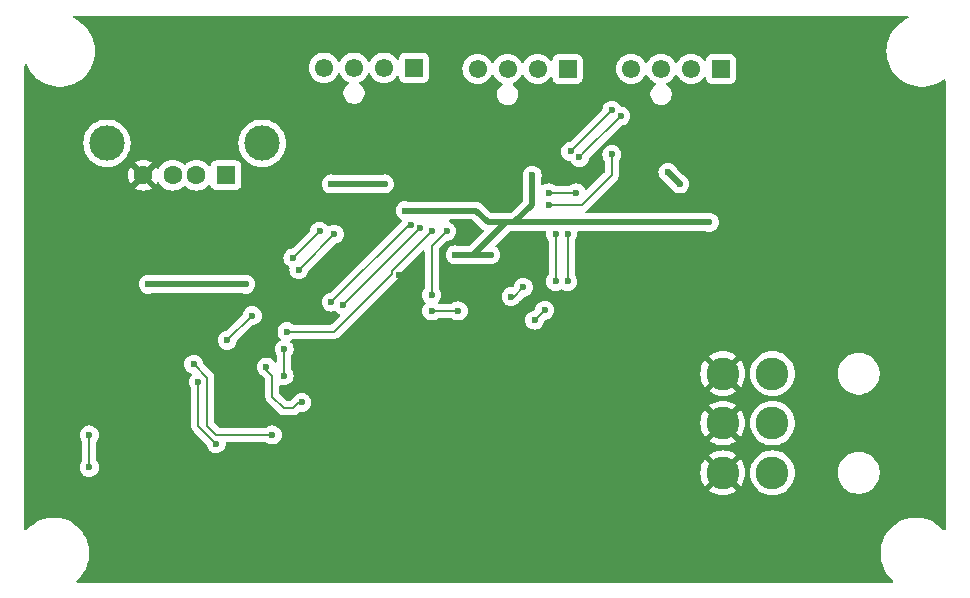
<source format=gbr>
%TF.GenerationSoftware,KiCad,Pcbnew,8.0.0*%
%TF.CreationDate,2024-03-19T18:53:15-05:00*%
%TF.ProjectId,playground,706c6179-6772-46f7-956e-642e6b696361,rev?*%
%TF.SameCoordinates,Original*%
%TF.FileFunction,Copper,L2,Bot*%
%TF.FilePolarity,Positive*%
%FSLAX46Y46*%
G04 Gerber Fmt 4.6, Leading zero omitted, Abs format (unit mm)*
G04 Created by KiCad (PCBNEW 8.0.0) date 2024-03-19 18:53:15*
%MOMM*%
%LPD*%
G01*
G04 APERTURE LIST*
%TA.AperFunction,ComponentPad*%
%ADD10C,2.775000*%
%TD*%
%TA.AperFunction,ComponentPad*%
%ADD11R,1.530000X1.530000*%
%TD*%
%TA.AperFunction,ComponentPad*%
%ADD12C,1.550000*%
%TD*%
%TA.AperFunction,ComponentPad*%
%ADD13R,1.600000X1.500000*%
%TD*%
%TA.AperFunction,ComponentPad*%
%ADD14C,1.600000*%
%TD*%
%TA.AperFunction,ComponentPad*%
%ADD15C,3.000000*%
%TD*%
%TA.AperFunction,ViaPad*%
%ADD16C,0.600000*%
%TD*%
%TA.AperFunction,Conductor*%
%ADD17C,0.200000*%
%TD*%
%TA.AperFunction,Conductor*%
%ADD18C,0.500000*%
%TD*%
G04 APERTURE END LIST*
D10*
%TO.P,J6,1,1*%
%TO.N,+12V*%
X164344000Y-81300000D03*
%TO.P,J6,2,2*%
X164344000Y-85500000D03*
%TO.P,J6,3,3*%
X164344000Y-89700000D03*
%TO.P,J6,4,4*%
%TO.N,GND*%
X160144000Y-81300000D03*
%TO.P,J6,5,5*%
X160144000Y-85500000D03*
%TO.P,J6,6,6*%
X160144000Y-89700000D03*
%TD*%
D11*
%TO.P,J3,1,1*%
%TO.N,unconnected-(J3-Pad1)*%
X147000000Y-55500000D03*
D12*
%TO.P,J3,2,2*%
%TO.N,unconnected-(J3-Pad2)*%
X144460000Y-55500000D03*
%TO.P,J3,3,3*%
%TO.N,/FanSense_5v*%
X141920000Y-55500000D03*
%TO.P,J3,4,4*%
%TO.N,/FanCtrl_5v*%
X139380000Y-55500000D03*
%TD*%
D13*
%TO.P,J7,1,VBUS*%
%TO.N,/USB_VBUS*%
X118070000Y-64510000D03*
D14*
%TO.P,J7,2,D-*%
%TO.N,/USB_D-*%
X115570000Y-64510000D03*
%TO.P,J7,3,D+*%
%TO.N,/USB_D+*%
X113570000Y-64510000D03*
%TO.P,J7,4,GND*%
%TO.N,GND*%
X111070000Y-64510000D03*
D15*
%TO.P,J7,5,Shield*%
%TO.N,/usb_shield_gnd*%
X121140000Y-61800000D03*
X108000000Y-61800000D03*
%TD*%
D11*
%TO.P,J2,1,1*%
%TO.N,unconnected-(J2-Pad1)*%
X134000000Y-55405000D03*
D12*
%TO.P,J2,2,2*%
%TO.N,unconnected-(J2-Pad2)*%
X131460000Y-55405000D03*
%TO.P,J2,3,3*%
%TO.N,/PumpSense_5v*%
X128920000Y-55405000D03*
%TO.P,J2,4,4*%
%TO.N,/PumpCtrl_5v*%
X126380000Y-55405000D03*
%TD*%
D11*
%TO.P,J4,1,1*%
%TO.N,/ValveSense2_5v*%
X160000000Y-55500000D03*
D12*
%TO.P,J4,2,2*%
%TO.N,/ValveSense1_5v*%
X157460000Y-55500000D03*
%TO.P,J4,3,3*%
%TO.N,/ValveOutput1_12v*%
X154920000Y-55500000D03*
%TO.P,J4,4,4*%
%TO.N,/ValveOutput2_12v*%
X152380000Y-55500000D03*
%TD*%
D16*
%TO.N,/RESET*%
X106500000Y-89250000D03*
X106500000Y-86500000D03*
%TO.N,+5V*%
X140500000Y-71250000D03*
X144000000Y-64500000D03*
X156500000Y-65250000D03*
X155500000Y-64250000D03*
X133250000Y-67500000D03*
X159000000Y-68500000D03*
X127000000Y-65250000D03*
X131500000Y-65250000D03*
X137500000Y-71250000D03*
%TO.N,GND*%
X139508114Y-72925657D03*
X140250000Y-85750000D03*
X142500000Y-80250000D03*
X111750000Y-90000000D03*
X109750000Y-68250000D03*
X140000000Y-80250000D03*
X134000000Y-61750000D03*
X118000000Y-79750000D03*
X139000000Y-62750000D03*
X155000000Y-62750000D03*
X110000000Y-69750000D03*
X120000000Y-69500000D03*
X116000000Y-94250000D03*
X132750000Y-73000000D03*
X114250000Y-82500000D03*
X112293436Y-79266964D03*
X143000000Y-85750000D03*
X126750000Y-62750000D03*
X146000000Y-62000000D03*
X113250000Y-77000000D03*
X159500000Y-62750000D03*
%TO.N,/PumpCtrl_3v3*%
X123750000Y-71500000D03*
X126000000Y-69250000D03*
%TO.N,/FanCtrl_3v3*%
X127000000Y-75250000D03*
X123000000Y-81500000D03*
X123000000Y-79250000D03*
X133700735Y-68700735D03*
%TO.N,/ValveCtrl1_3v3*%
X137750000Y-76000000D03*
X135500000Y-76000000D03*
X115350000Y-80500000D03*
X122000000Y-86500000D03*
%TO.N,/ValveCtrl2_3v3*%
X115750000Y-82000000D03*
X117250000Y-87250000D03*
%TO.N,/PumpSense_3v3*%
X124250000Y-72500000D03*
X127250000Y-69500000D03*
X120300329Y-76394397D03*
X118175000Y-78482744D03*
%TO.N,/FanSense_3v3*%
X128000000Y-75500000D03*
X134500000Y-69000000D03*
%TO.N,/ValveSense1_3v3*%
X135500000Y-74650000D03*
X124500000Y-83750000D03*
X136750000Y-69250000D03*
X145400000Y-67000000D03*
X121500000Y-80750000D03*
X150750000Y-62750000D03*
%TO.N,/ValveSense2_3v3*%
X135500000Y-69250000D03*
X145400000Y-66000000D03*
X147750000Y-66000000D03*
X123250000Y-77750000D03*
%TO.N,/USB_VBUS*%
X119750000Y-73750000D03*
X111500000Y-73750000D03*
%TO.N,/ValveOutput2_12v*%
X146000000Y-73500000D03*
X150750000Y-59000000D03*
X143250000Y-74000000D03*
X146000000Y-69500000D03*
X147250000Y-62500000D03*
X142216985Y-74783015D03*
%TO.N,/ValveOutput1_12v*%
X144216985Y-76783015D03*
X151500000Y-59500000D03*
X147000000Y-73500000D03*
X147000000Y-69500000D03*
X148000000Y-63000000D03*
X145065515Y-75934485D03*
%TD*%
D17*
%TO.N,/RESET*%
X106500000Y-87000000D02*
X106500000Y-89250000D01*
X106500000Y-86500000D02*
X106500000Y-87000000D01*
D18*
%TO.N,+5V*%
X133750000Y-67500000D02*
X138500000Y-67500000D01*
X138500000Y-67500000D02*
X139000000Y-67500000D01*
X139000000Y-71250000D02*
X140500000Y-71250000D01*
X142500000Y-68500000D02*
X159000000Y-68500000D01*
X139000000Y-67500000D02*
X139250000Y-67500000D01*
X155500000Y-64250000D02*
X156500000Y-65250000D01*
X127000000Y-65250000D02*
X131500000Y-65250000D01*
X141750000Y-68500000D02*
X142000000Y-68500000D01*
X137500000Y-71250000D02*
X139000000Y-71250000D01*
X140250000Y-68500000D02*
X142000000Y-68500000D01*
X144000000Y-64500000D02*
X144000000Y-67000000D01*
X144000000Y-67000000D02*
X142500000Y-68500000D01*
X133250000Y-67500000D02*
X133750000Y-67500000D01*
X139000000Y-71250000D02*
X141750000Y-68500000D01*
X139250000Y-67500000D02*
X140250000Y-68500000D01*
X142000000Y-68500000D02*
X142500000Y-68500000D01*
D17*
%TO.N,/PumpCtrl_3v3*%
X126000000Y-69250000D02*
X125500000Y-69750000D01*
X125500000Y-69750000D02*
X123750000Y-71500000D01*
%TO.N,/FanCtrl_3v3*%
X123000000Y-79250000D02*
X123000000Y-81500000D01*
X133700735Y-68700735D02*
X133549265Y-68700735D01*
X133549265Y-68700735D02*
X127000000Y-75250000D01*
%TO.N,/ValveCtrl1_3v3*%
X117250000Y-86500000D02*
X118000000Y-86500000D01*
X115350000Y-80500000D02*
X116500000Y-81650000D01*
X135500000Y-76000000D02*
X137750000Y-76000000D01*
X116500000Y-85750000D02*
X117250000Y-86500000D01*
X118000000Y-86500000D02*
X122000000Y-86500000D01*
X116500000Y-81650000D02*
X116500000Y-85750000D01*
%TO.N,/ValveCtrl2_3v3*%
X115750000Y-85750000D02*
X117250000Y-87250000D01*
X115750000Y-82000000D02*
X115750000Y-85750000D01*
%TO.N,/PumpSense_3v3*%
X120300329Y-76394397D02*
X120263347Y-76394397D01*
X124250000Y-72500000D02*
X124500000Y-72250000D01*
X120263347Y-76394397D02*
X118175000Y-78482744D01*
X124500000Y-72250000D02*
X127250000Y-69500000D01*
%TO.N,/FanSense_3v3*%
X134500000Y-69000000D02*
X128000000Y-75500000D01*
%TO.N,/ValveSense1_3v3*%
X124250000Y-83750000D02*
X124500000Y-83750000D01*
X136750000Y-69250000D02*
X135500000Y-70500000D01*
X150750000Y-62750000D02*
X150750000Y-64500000D01*
X122000000Y-81500000D02*
X122000000Y-83250000D01*
X121500000Y-80750000D02*
X121500000Y-81000000D01*
X121500000Y-81000000D02*
X122000000Y-81500000D01*
X122000000Y-83250000D02*
X123000000Y-84250000D01*
X123750000Y-84250000D02*
X124250000Y-83750000D01*
X148250000Y-67000000D02*
X145400000Y-67000000D01*
X150750000Y-64500000D02*
X148250000Y-67000000D01*
X135500000Y-70500000D02*
X135500000Y-74650000D01*
X123000000Y-84250000D02*
X123750000Y-84250000D01*
%TO.N,/ValveSense2_3v3*%
X132150000Y-72850000D02*
X127250000Y-77750000D01*
X132150000Y-72600000D02*
X132150000Y-72850000D01*
X127250000Y-77750000D02*
X123250000Y-77750000D01*
X145400000Y-66000000D02*
X147750000Y-66000000D01*
X135500000Y-69250000D02*
X132150000Y-72600000D01*
D18*
%TO.N,/USB_VBUS*%
X111500000Y-73750000D02*
X119750000Y-73750000D01*
D17*
%TO.N,/ValveOutput2_12v*%
X146000000Y-71250000D02*
X146000000Y-69500000D01*
X142216985Y-74783015D02*
X142466985Y-74783015D01*
X147250000Y-62500000D02*
X147750000Y-62000000D01*
X147750000Y-62000000D02*
X150750000Y-59000000D01*
X142466985Y-74783015D02*
X143250000Y-74000000D01*
X146000000Y-73500000D02*
X146000000Y-71250000D01*
%TO.N,/ValveOutput1_12v*%
X148000000Y-63000000D02*
X148250000Y-62750000D01*
X147000000Y-73500000D02*
X147000000Y-71500000D01*
X144216985Y-76783015D02*
X145065515Y-75934485D01*
X148250000Y-62750000D02*
X151500000Y-59500000D01*
X147000000Y-71500000D02*
X147000000Y-69500000D01*
%TD*%
%TA.AperFunction,Conductor*%
%TO.N,GND*%
G36*
X175831982Y-51020185D02*
G01*
X175877737Y-51072989D01*
X175887681Y-51142147D01*
X175858656Y-51205703D01*
X175812339Y-51237590D01*
X175812859Y-51238795D01*
X175809541Y-51240226D01*
X175497203Y-51397088D01*
X175205194Y-51589146D01*
X175205186Y-51589152D01*
X174937442Y-51813817D01*
X174937440Y-51813819D01*
X174697589Y-52068044D01*
X174697584Y-52068050D01*
X174488870Y-52348402D01*
X174314113Y-52651091D01*
X174314107Y-52651104D01*
X174175674Y-52972027D01*
X174075430Y-53306865D01*
X174075428Y-53306872D01*
X174014739Y-53651061D01*
X174014738Y-53651072D01*
X173994415Y-53999996D01*
X173994415Y-54000003D01*
X174014738Y-54348927D01*
X174014739Y-54348938D01*
X174075428Y-54693127D01*
X174075430Y-54693134D01*
X174175674Y-55027972D01*
X174314107Y-55348895D01*
X174314113Y-55348908D01*
X174488870Y-55651597D01*
X174697584Y-55931949D01*
X174697589Y-55931955D01*
X174795346Y-56035570D01*
X174937442Y-56186183D01*
X175100503Y-56323007D01*
X175205186Y-56410847D01*
X175205194Y-56410853D01*
X175497203Y-56602911D01*
X175739575Y-56724635D01*
X175809549Y-56759777D01*
X176137989Y-56879319D01*
X176478086Y-56959923D01*
X176825241Y-57000500D01*
X176825248Y-57000500D01*
X177174752Y-57000500D01*
X177174759Y-57000500D01*
X177521914Y-56959923D01*
X177862011Y-56879319D01*
X178190451Y-56759777D01*
X178502793Y-56602913D01*
X178794805Y-56410853D01*
X178794807Y-56410852D01*
X178795781Y-56410035D01*
X178796082Y-56409903D01*
X178797705Y-56408695D01*
X178797984Y-56409070D01*
X178859785Y-56382013D01*
X178928779Y-56393043D01*
X178980857Y-56439622D01*
X178999500Y-56505013D01*
X178999500Y-94464821D01*
X178979815Y-94531860D01*
X178927011Y-94577615D01*
X178857853Y-94587559D01*
X178794297Y-94558534D01*
X178785306Y-94549915D01*
X178688175Y-94446963D01*
X178562558Y-94313817D01*
X178414488Y-94189572D01*
X178294813Y-94089152D01*
X178294805Y-94089146D01*
X178002796Y-93897088D01*
X177690458Y-93740226D01*
X177690452Y-93740223D01*
X177362012Y-93620681D01*
X177362009Y-93620680D01*
X177021915Y-93540077D01*
X176978519Y-93535004D01*
X176674759Y-93499500D01*
X176325241Y-93499500D01*
X176021480Y-93535004D01*
X175978085Y-93540077D01*
X175978083Y-93540077D01*
X175637990Y-93620680D01*
X175637987Y-93620681D01*
X175309547Y-93740223D01*
X175309541Y-93740226D01*
X174997203Y-93897088D01*
X174705194Y-94089146D01*
X174705186Y-94089152D01*
X174437442Y-94313817D01*
X174437440Y-94313819D01*
X174197589Y-94568044D01*
X174197584Y-94568050D01*
X173988870Y-94848402D01*
X173814113Y-95151091D01*
X173814107Y-95151104D01*
X173675674Y-95472027D01*
X173575430Y-95806865D01*
X173575428Y-95806872D01*
X173514739Y-96151061D01*
X173514738Y-96151072D01*
X173494415Y-96499996D01*
X173494415Y-96500003D01*
X173514738Y-96848927D01*
X173514739Y-96848938D01*
X173575428Y-97193127D01*
X173575430Y-97193134D01*
X173675674Y-97527972D01*
X173814107Y-97848895D01*
X173814113Y-97848908D01*
X173988870Y-98151597D01*
X174197584Y-98431949D01*
X174197589Y-98431955D01*
X174320158Y-98561869D01*
X174437442Y-98686183D01*
X174549858Y-98780511D01*
X174588560Y-98838682D01*
X174589668Y-98908543D01*
X174552831Y-98967913D01*
X174489744Y-98997942D01*
X174470152Y-98999500D01*
X105529848Y-98999500D01*
X105462809Y-98979815D01*
X105417054Y-98927011D01*
X105407110Y-98857853D01*
X105436135Y-98794297D01*
X105450142Y-98780511D01*
X105562558Y-98686183D01*
X105802412Y-98431953D01*
X106011130Y-98151596D01*
X106185889Y-97848904D01*
X106324326Y-97527971D01*
X106424569Y-97193136D01*
X106448875Y-97055292D01*
X106485260Y-96848938D01*
X106485259Y-96848938D01*
X106485262Y-96848927D01*
X106505585Y-96500000D01*
X106485262Y-96151073D01*
X106458624Y-96000000D01*
X106424571Y-95806872D01*
X106424569Y-95806865D01*
X106338599Y-95519705D01*
X106324326Y-95472029D01*
X106185889Y-95151096D01*
X106011130Y-94848404D01*
X105999500Y-94832782D01*
X105802415Y-94568050D01*
X105802410Y-94568044D01*
X105686433Y-94445117D01*
X105562558Y-94313817D01*
X105414488Y-94189572D01*
X105294813Y-94089152D01*
X105294805Y-94089146D01*
X105002796Y-93897088D01*
X104690458Y-93740226D01*
X104690452Y-93740223D01*
X104362012Y-93620681D01*
X104362009Y-93620680D01*
X104021915Y-93540077D01*
X103978519Y-93535004D01*
X103674759Y-93499500D01*
X103325241Y-93499500D01*
X103021480Y-93535004D01*
X102978085Y-93540077D01*
X102978083Y-93540077D01*
X102637990Y-93620680D01*
X102637987Y-93620681D01*
X102309547Y-93740223D01*
X102309541Y-93740226D01*
X101997203Y-93897088D01*
X101705194Y-94089146D01*
X101705186Y-94089152D01*
X101437442Y-94313817D01*
X101437440Y-94313819D01*
X101214694Y-94549915D01*
X101154371Y-94585169D01*
X101084564Y-94582214D01*
X101027436Y-94541987D01*
X101001126Y-94477260D01*
X101000500Y-94464821D01*
X101000500Y-89250003D01*
X105694435Y-89250003D01*
X105714630Y-89429249D01*
X105714631Y-89429254D01*
X105774211Y-89599523D01*
X105837346Y-89700001D01*
X105870184Y-89752262D01*
X105997738Y-89879816D01*
X106088080Y-89936582D01*
X106140166Y-89969310D01*
X106150478Y-89975789D01*
X106320745Y-90035368D01*
X106320750Y-90035369D01*
X106499996Y-90055565D01*
X106500000Y-90055565D01*
X106500004Y-90055565D01*
X106679249Y-90035369D01*
X106679252Y-90035368D01*
X106679255Y-90035368D01*
X106849522Y-89975789D01*
X107002262Y-89879816D01*
X107129816Y-89752262D01*
X107162654Y-89700001D01*
X158251679Y-89700001D01*
X158270940Y-89969310D01*
X158328329Y-90233123D01*
X158422684Y-90486100D01*
X158422686Y-90486104D01*
X158552074Y-90723060D01*
X158552079Y-90723068D01*
X158644250Y-90846195D01*
X158644251Y-90846195D01*
X159335498Y-90154948D01*
X159425505Y-90289653D01*
X159554347Y-90418495D01*
X159689050Y-90508501D01*
X158997803Y-91199747D01*
X158997804Y-91199748D01*
X159120931Y-91291920D01*
X159120939Y-91291925D01*
X159357895Y-91421313D01*
X159357899Y-91421315D01*
X159610876Y-91515670D01*
X159874689Y-91573059D01*
X160143999Y-91592321D01*
X160144001Y-91592321D01*
X160413310Y-91573059D01*
X160677123Y-91515670D01*
X160930100Y-91421315D01*
X160930104Y-91421313D01*
X161167060Y-91291925D01*
X161167061Y-91291924D01*
X161290195Y-91199747D01*
X160598948Y-90508501D01*
X160733653Y-90418495D01*
X160862495Y-90289653D01*
X160952501Y-90154948D01*
X161643747Y-90846195D01*
X161735924Y-90723061D01*
X161735925Y-90723060D01*
X161865313Y-90486104D01*
X161865315Y-90486100D01*
X161959670Y-90233123D01*
X162017059Y-89969310D01*
X162036321Y-89700001D01*
X162451177Y-89700001D01*
X162470443Y-89969382D01*
X162527818Y-90233123D01*
X162527850Y-90233270D01*
X162542276Y-90271947D01*
X162622228Y-90486308D01*
X162622230Y-90486312D01*
X162751652Y-90723331D01*
X162751657Y-90723339D01*
X162913493Y-90939527D01*
X162913509Y-90939545D01*
X163104454Y-91130490D01*
X163104472Y-91130506D01*
X163320660Y-91292342D01*
X163320668Y-91292347D01*
X163557687Y-91421769D01*
X163557691Y-91421771D01*
X163557693Y-91421772D01*
X163810730Y-91516150D01*
X163942676Y-91544853D01*
X164074617Y-91573556D01*
X164074619Y-91573556D01*
X164074623Y-91573557D01*
X164314007Y-91590677D01*
X164343999Y-91592823D01*
X164344000Y-91592823D01*
X164344001Y-91592823D01*
X164370987Y-91590892D01*
X164613377Y-91573557D01*
X164615667Y-91573059D01*
X164651288Y-91565309D01*
X164877270Y-91516150D01*
X165130307Y-91421772D01*
X165367337Y-91292344D01*
X165583535Y-91130500D01*
X165774500Y-90939535D01*
X165936344Y-90723337D01*
X166065772Y-90486307D01*
X166160150Y-90233270D01*
X166217557Y-89969377D01*
X166228501Y-89816365D01*
X169868500Y-89816365D01*
X169868501Y-89816382D01*
X169888700Y-89969813D01*
X169898879Y-90047126D01*
X169948754Y-90233263D01*
X169959120Y-90271947D01*
X170048180Y-90486960D01*
X170048188Y-90486976D01*
X170164553Y-90688524D01*
X170164564Y-90688540D01*
X170306242Y-90873179D01*
X170306248Y-90873186D01*
X170470813Y-91037751D01*
X170470819Y-91037756D01*
X170655468Y-91179442D01*
X170655475Y-91179446D01*
X170857023Y-91295811D01*
X170857039Y-91295819D01*
X171072052Y-91384879D01*
X171072054Y-91384879D01*
X171072060Y-91384882D01*
X171296874Y-91445121D01*
X171527628Y-91475500D01*
X171527635Y-91475500D01*
X171760365Y-91475500D01*
X171760372Y-91475500D01*
X171991126Y-91445121D01*
X172215940Y-91384882D01*
X172273953Y-91360852D01*
X172430960Y-91295819D01*
X172430963Y-91295817D01*
X172430969Y-91295815D01*
X172632532Y-91179442D01*
X172817181Y-91037756D01*
X172981756Y-90873181D01*
X173123442Y-90688532D01*
X173239815Y-90486969D01*
X173240174Y-90486104D01*
X173328879Y-90271947D01*
X173328878Y-90271947D01*
X173328882Y-90271940D01*
X173389121Y-90047126D01*
X173419500Y-89816372D01*
X173419500Y-89583628D01*
X173389121Y-89352874D01*
X173328882Y-89128060D01*
X173240175Y-88913899D01*
X173239819Y-88913039D01*
X173239811Y-88913023D01*
X173123446Y-88711475D01*
X173123442Y-88711468D01*
X172981756Y-88526819D01*
X172981751Y-88526813D01*
X172817186Y-88362248D01*
X172817179Y-88362242D01*
X172632540Y-88220564D01*
X172632538Y-88220562D01*
X172632532Y-88220558D01*
X172632527Y-88220555D01*
X172632524Y-88220553D01*
X172430976Y-88104188D01*
X172430960Y-88104180D01*
X172215947Y-88015120D01*
X172079974Y-87978686D01*
X171991126Y-87954879D01*
X171991125Y-87954878D01*
X171991122Y-87954878D01*
X171760382Y-87924501D01*
X171760377Y-87924500D01*
X171760372Y-87924500D01*
X171527628Y-87924500D01*
X171527622Y-87924500D01*
X171527617Y-87924501D01*
X171296877Y-87954878D01*
X171072052Y-88015120D01*
X170857039Y-88104180D01*
X170857023Y-88104188D01*
X170655475Y-88220553D01*
X170655459Y-88220564D01*
X170470820Y-88362242D01*
X170470813Y-88362248D01*
X170306248Y-88526813D01*
X170306242Y-88526820D01*
X170164564Y-88711459D01*
X170164553Y-88711475D01*
X170048188Y-88913023D01*
X170048180Y-88913039D01*
X169959120Y-89128052D01*
X169898878Y-89352877D01*
X169868501Y-89583617D01*
X169868500Y-89583634D01*
X169868500Y-89816365D01*
X166228501Y-89816365D01*
X166236823Y-89700000D01*
X166217557Y-89430623D01*
X166217259Y-89429255D01*
X166178264Y-89250000D01*
X166160150Y-89166730D01*
X166065772Y-88913693D01*
X166047524Y-88880275D01*
X165936347Y-88676668D01*
X165936342Y-88676660D01*
X165774506Y-88460472D01*
X165774490Y-88460454D01*
X165583545Y-88269509D01*
X165583527Y-88269493D01*
X165367339Y-88107657D01*
X165367331Y-88107652D01*
X165130312Y-87978230D01*
X165130308Y-87978228D01*
X164986259Y-87924501D01*
X164877270Y-87883850D01*
X164877266Y-87883849D01*
X164877263Y-87883848D01*
X164613382Y-87826443D01*
X164344001Y-87807177D01*
X164343999Y-87807177D01*
X164074617Y-87826443D01*
X163810736Y-87883848D01*
X163810731Y-87883849D01*
X163810730Y-87883850D01*
X163809446Y-87884329D01*
X163557691Y-87978228D01*
X163557687Y-87978230D01*
X163320668Y-88107652D01*
X163320660Y-88107657D01*
X163104472Y-88269493D01*
X163104454Y-88269509D01*
X162913509Y-88460454D01*
X162913493Y-88460472D01*
X162751657Y-88676660D01*
X162751652Y-88676668D01*
X162622230Y-88913687D01*
X162622228Y-88913691D01*
X162527848Y-89166736D01*
X162470443Y-89430617D01*
X162451177Y-89699998D01*
X162451177Y-89700001D01*
X162036321Y-89700001D01*
X162036321Y-89699998D01*
X162017059Y-89430689D01*
X161959670Y-89166876D01*
X161865315Y-88913899D01*
X161865313Y-88913895D01*
X161735925Y-88676939D01*
X161735920Y-88676931D01*
X161643748Y-88553804D01*
X161643747Y-88553803D01*
X160952501Y-89245050D01*
X160862495Y-89110347D01*
X160733653Y-88981505D01*
X160598948Y-88891498D01*
X161290195Y-88200251D01*
X161290195Y-88200250D01*
X161167068Y-88108079D01*
X161167060Y-88108074D01*
X160930104Y-87978686D01*
X160930100Y-87978684D01*
X160677123Y-87884329D01*
X160413310Y-87826940D01*
X160144001Y-87807679D01*
X160143999Y-87807679D01*
X159874689Y-87826940D01*
X159610876Y-87884329D01*
X159357899Y-87978684D01*
X159357895Y-87978686D01*
X159120939Y-88108074D01*
X159120931Y-88108079D01*
X158997803Y-88200250D01*
X159689051Y-88891498D01*
X159554347Y-88981505D01*
X159425505Y-89110347D01*
X159335498Y-89245050D01*
X158644250Y-88553803D01*
X158552079Y-88676931D01*
X158552074Y-88676939D01*
X158422686Y-88913895D01*
X158422684Y-88913899D01*
X158328329Y-89166876D01*
X158270940Y-89430689D01*
X158251679Y-89699998D01*
X158251679Y-89700001D01*
X107162654Y-89700001D01*
X107225789Y-89599522D01*
X107285368Y-89429255D01*
X107305565Y-89250000D01*
X107296199Y-89166876D01*
X107285369Y-89070750D01*
X107285368Y-89070745D01*
X107225789Y-88900478D01*
X107129816Y-88747738D01*
X107129814Y-88747736D01*
X107129813Y-88747734D01*
X107127550Y-88744896D01*
X107126659Y-88742715D01*
X107126111Y-88741842D01*
X107126264Y-88741745D01*
X107101144Y-88680209D01*
X107100500Y-88667587D01*
X107100500Y-87082412D01*
X107120185Y-87015373D01*
X107127555Y-87005097D01*
X107129810Y-87002267D01*
X107129816Y-87002262D01*
X107225789Y-86849522D01*
X107285368Y-86679255D01*
X107289093Y-86646195D01*
X107305565Y-86500003D01*
X107305565Y-86499996D01*
X107285369Y-86320750D01*
X107285368Y-86320745D01*
X107225788Y-86150476D01*
X107129815Y-85997737D01*
X107002262Y-85870184D01*
X106849523Y-85774211D01*
X106679254Y-85714631D01*
X106679249Y-85714630D01*
X106500004Y-85694435D01*
X106499996Y-85694435D01*
X106320750Y-85714630D01*
X106320745Y-85714631D01*
X106150476Y-85774211D01*
X105997737Y-85870184D01*
X105870184Y-85997737D01*
X105774211Y-86150476D01*
X105714631Y-86320745D01*
X105714630Y-86320750D01*
X105694435Y-86499996D01*
X105694435Y-86500003D01*
X105714630Y-86679249D01*
X105714631Y-86679254D01*
X105774211Y-86849523D01*
X105825087Y-86930490D01*
X105868604Y-86999748D01*
X105870185Y-87002263D01*
X105872445Y-87005097D01*
X105873334Y-87007275D01*
X105873889Y-87008158D01*
X105873734Y-87008255D01*
X105898855Y-87069783D01*
X105899500Y-87082412D01*
X105899500Y-88667587D01*
X105879815Y-88734626D01*
X105872450Y-88744896D01*
X105870186Y-88747734D01*
X105774211Y-88900476D01*
X105714631Y-89070745D01*
X105714630Y-89070750D01*
X105694435Y-89249996D01*
X105694435Y-89250003D01*
X101000500Y-89250003D01*
X101000500Y-80500003D01*
X114544435Y-80500003D01*
X114564630Y-80679249D01*
X114564631Y-80679254D01*
X114624211Y-80849523D01*
X114674910Y-80930209D01*
X114720184Y-81002262D01*
X114847738Y-81129816D01*
X115000478Y-81225789D01*
X115000480Y-81225790D01*
X115104340Y-81262133D01*
X115161116Y-81302854D01*
X115186863Y-81367807D01*
X115173407Y-81436369D01*
X115151067Y-81466854D01*
X115120184Y-81497737D01*
X115024211Y-81650476D01*
X114964631Y-81820745D01*
X114964630Y-81820750D01*
X114944435Y-81999996D01*
X114944435Y-82000003D01*
X114964630Y-82179249D01*
X114964631Y-82179254D01*
X115024211Y-82349523D01*
X115084515Y-82445496D01*
X115101914Y-82473186D01*
X115120185Y-82502263D01*
X115122445Y-82505097D01*
X115123334Y-82507275D01*
X115123889Y-82508158D01*
X115123734Y-82508255D01*
X115148855Y-82569783D01*
X115149500Y-82582412D01*
X115149500Y-85663330D01*
X115149499Y-85663348D01*
X115149499Y-85829054D01*
X115149498Y-85829054D01*
X115190423Y-85981785D01*
X115219358Y-86031900D01*
X115219359Y-86031904D01*
X115219360Y-86031904D01*
X115269479Y-86118714D01*
X115269481Y-86118717D01*
X115388349Y-86237585D01*
X115388355Y-86237590D01*
X116419298Y-87268533D01*
X116452783Y-87329856D01*
X116454837Y-87342330D01*
X116464630Y-87429249D01*
X116524210Y-87599521D01*
X116620184Y-87752262D01*
X116747738Y-87879816D01*
X116900478Y-87975789D01*
X117012874Y-88015118D01*
X117070745Y-88035368D01*
X117070750Y-88035369D01*
X117249996Y-88055565D01*
X117250000Y-88055565D01*
X117250004Y-88055565D01*
X117429249Y-88035369D01*
X117429252Y-88035368D01*
X117429255Y-88035368D01*
X117599522Y-87975789D01*
X117752262Y-87879816D01*
X117879816Y-87752262D01*
X117975789Y-87599522D01*
X118035368Y-87429255D01*
X118039473Y-87392823D01*
X118055565Y-87250003D01*
X118055565Y-87250001D01*
X118054256Y-87238386D01*
X118066309Y-87169564D01*
X118113657Y-87118184D01*
X118177476Y-87100500D01*
X121417588Y-87100500D01*
X121484627Y-87120185D01*
X121494903Y-87127555D01*
X121497736Y-87129814D01*
X121497738Y-87129816D01*
X121560997Y-87169564D01*
X121643357Y-87221315D01*
X121650478Y-87225789D01*
X121820745Y-87285368D01*
X121820750Y-87285369D01*
X121999996Y-87305565D01*
X122000000Y-87305565D01*
X122000004Y-87305565D01*
X122179249Y-87285369D01*
X122179252Y-87285368D01*
X122179255Y-87285368D01*
X122349522Y-87225789D01*
X122502262Y-87129816D01*
X122629816Y-87002262D01*
X122725789Y-86849522D01*
X122785368Y-86679255D01*
X122789093Y-86646195D01*
X122805565Y-86500003D01*
X122805565Y-86499996D01*
X122785369Y-86320750D01*
X122785368Y-86320745D01*
X122725788Y-86150476D01*
X122629815Y-85997737D01*
X122502262Y-85870184D01*
X122349523Y-85774211D01*
X122179254Y-85714631D01*
X122179249Y-85714630D01*
X122000004Y-85694435D01*
X121999996Y-85694435D01*
X121820750Y-85714630D01*
X121820745Y-85714631D01*
X121650476Y-85774211D01*
X121497736Y-85870185D01*
X121494903Y-85872445D01*
X121492724Y-85873334D01*
X121491842Y-85873889D01*
X121491744Y-85873734D01*
X121430217Y-85898855D01*
X121417588Y-85899500D01*
X117550097Y-85899500D01*
X117483058Y-85879815D01*
X117462416Y-85863181D01*
X117136819Y-85537584D01*
X117116297Y-85500001D01*
X158251679Y-85500001D01*
X158270940Y-85769310D01*
X158328329Y-86033123D01*
X158422684Y-86286100D01*
X158422686Y-86286104D01*
X158552074Y-86523060D01*
X158552079Y-86523068D01*
X158644250Y-86646195D01*
X158644251Y-86646195D01*
X159335498Y-85954948D01*
X159425505Y-86089653D01*
X159554347Y-86218495D01*
X159689050Y-86308501D01*
X158997803Y-86999747D01*
X158997804Y-86999748D01*
X159120931Y-87091920D01*
X159120939Y-87091925D01*
X159357895Y-87221313D01*
X159357899Y-87221315D01*
X159610876Y-87315670D01*
X159874689Y-87373059D01*
X160143999Y-87392321D01*
X160144001Y-87392321D01*
X160413310Y-87373059D01*
X160677123Y-87315670D01*
X160930100Y-87221315D01*
X160930104Y-87221313D01*
X161167060Y-87091925D01*
X161167061Y-87091924D01*
X161290195Y-86999747D01*
X160598948Y-86308501D01*
X160733653Y-86218495D01*
X160862495Y-86089653D01*
X160952501Y-85954948D01*
X161643747Y-86646195D01*
X161735924Y-86523061D01*
X161735925Y-86523060D01*
X161865313Y-86286104D01*
X161865315Y-86286100D01*
X161959670Y-86033123D01*
X162017059Y-85769310D01*
X162036321Y-85500001D01*
X162451177Y-85500001D01*
X162470443Y-85769382D01*
X162527818Y-86033123D01*
X162527850Y-86033270D01*
X162586448Y-86190377D01*
X162622228Y-86286308D01*
X162622230Y-86286312D01*
X162751652Y-86523331D01*
X162751657Y-86523339D01*
X162913493Y-86739527D01*
X162913509Y-86739545D01*
X163104454Y-86930490D01*
X163104472Y-86930506D01*
X163320660Y-87092342D01*
X163320668Y-87092347D01*
X163557687Y-87221769D01*
X163557691Y-87221771D01*
X163557693Y-87221772D01*
X163810730Y-87316150D01*
X163931076Y-87342330D01*
X164074617Y-87373556D01*
X164074619Y-87373556D01*
X164074623Y-87373557D01*
X164314007Y-87390677D01*
X164343999Y-87392823D01*
X164344000Y-87392823D01*
X164344001Y-87392823D01*
X164370987Y-87390892D01*
X164613377Y-87373557D01*
X164615667Y-87373059D01*
X164651288Y-87365309D01*
X164877270Y-87316150D01*
X165130307Y-87221772D01*
X165367337Y-87092344D01*
X165583535Y-86930500D01*
X165774500Y-86739535D01*
X165936344Y-86523337D01*
X166065772Y-86286307D01*
X166160150Y-86033270D01*
X166217557Y-85769377D01*
X166236823Y-85500000D01*
X166217557Y-85230623D01*
X166199245Y-85146447D01*
X166180842Y-85061848D01*
X166160150Y-84966730D01*
X166065772Y-84713693D01*
X166047524Y-84680275D01*
X165936347Y-84476668D01*
X165936342Y-84476660D01*
X165774506Y-84260472D01*
X165774490Y-84260454D01*
X165583545Y-84069509D01*
X165583527Y-84069493D01*
X165367339Y-83907657D01*
X165367331Y-83907652D01*
X165130312Y-83778230D01*
X165130308Y-83778228D01*
X165021339Y-83737585D01*
X164877270Y-83683850D01*
X164877266Y-83683849D01*
X164877263Y-83683848D01*
X164613382Y-83626443D01*
X164344001Y-83607177D01*
X164343999Y-83607177D01*
X164074617Y-83626443D01*
X163810736Y-83683848D01*
X163810731Y-83683849D01*
X163810730Y-83683850D01*
X163809446Y-83684329D01*
X163557691Y-83778228D01*
X163557687Y-83778230D01*
X163320668Y-83907652D01*
X163320660Y-83907657D01*
X163104472Y-84069493D01*
X163104454Y-84069509D01*
X162913509Y-84260454D01*
X162913493Y-84260472D01*
X162751657Y-84476660D01*
X162751652Y-84476668D01*
X162622230Y-84713687D01*
X162622228Y-84713691D01*
X162527848Y-84966736D01*
X162470443Y-85230617D01*
X162451177Y-85499998D01*
X162451177Y-85500001D01*
X162036321Y-85500001D01*
X162036321Y-85499998D01*
X162017059Y-85230689D01*
X161959670Y-84966876D01*
X161865315Y-84713899D01*
X161865313Y-84713895D01*
X161735925Y-84476939D01*
X161735920Y-84476931D01*
X161643748Y-84353804D01*
X161643747Y-84353803D01*
X160952501Y-85045050D01*
X160862495Y-84910347D01*
X160733653Y-84781505D01*
X160598948Y-84691498D01*
X161290195Y-84000251D01*
X161290195Y-84000250D01*
X161167068Y-83908079D01*
X161167060Y-83908074D01*
X160930104Y-83778686D01*
X160930100Y-83778684D01*
X160677123Y-83684329D01*
X160413310Y-83626940D01*
X160144001Y-83607679D01*
X160143999Y-83607679D01*
X159874689Y-83626940D01*
X159610876Y-83684329D01*
X159357899Y-83778684D01*
X159357895Y-83778686D01*
X159120939Y-83908074D01*
X159120931Y-83908079D01*
X158997803Y-84000250D01*
X159689051Y-84691498D01*
X159554347Y-84781505D01*
X159425505Y-84910347D01*
X159335498Y-85045050D01*
X158644250Y-84353803D01*
X158552079Y-84476931D01*
X158552074Y-84476939D01*
X158422686Y-84713895D01*
X158422684Y-84713899D01*
X158328329Y-84966876D01*
X158270940Y-85230689D01*
X158251679Y-85499998D01*
X158251679Y-85500001D01*
X117116297Y-85500001D01*
X117103334Y-85476261D01*
X117100500Y-85449903D01*
X117100500Y-81739060D01*
X117100501Y-81739047D01*
X117100501Y-81570944D01*
X117100198Y-81569813D01*
X117059577Y-81418216D01*
X117037407Y-81379816D01*
X116980524Y-81281290D01*
X116980518Y-81281282D01*
X116449238Y-80750003D01*
X120694435Y-80750003D01*
X120714630Y-80929249D01*
X120714631Y-80929254D01*
X120774211Y-81099523D01*
X120870184Y-81252262D01*
X120997738Y-81379816D01*
X121074277Y-81427908D01*
X121095984Y-81445220D01*
X121131285Y-81480521D01*
X121363181Y-81712416D01*
X121396666Y-81773739D01*
X121399500Y-81800097D01*
X121399500Y-83163330D01*
X121399499Y-83163348D01*
X121399499Y-83329054D01*
X121399498Y-83329054D01*
X121440424Y-83481789D01*
X121440425Y-83481790D01*
X121461455Y-83518214D01*
X121461456Y-83518216D01*
X121519475Y-83618709D01*
X121519481Y-83618717D01*
X121638349Y-83737585D01*
X121638354Y-83737589D01*
X122631284Y-84730520D01*
X122631286Y-84730521D01*
X122631290Y-84730524D01*
X122719593Y-84781505D01*
X122768216Y-84809577D01*
X122920943Y-84850501D01*
X122920945Y-84850501D01*
X123086654Y-84850501D01*
X123086670Y-84850500D01*
X123663331Y-84850500D01*
X123663347Y-84850501D01*
X123670943Y-84850501D01*
X123829054Y-84850501D01*
X123829057Y-84850501D01*
X123981785Y-84809577D01*
X124031904Y-84780639D01*
X124118716Y-84730520D01*
X124230520Y-84618716D01*
X124230521Y-84618714D01*
X124272340Y-84576894D01*
X124333661Y-84543411D01*
X124373900Y-84541357D01*
X124455445Y-84550544D01*
X124499998Y-84555565D01*
X124500000Y-84555565D01*
X124500004Y-84555565D01*
X124679249Y-84535369D01*
X124679252Y-84535368D01*
X124679255Y-84535368D01*
X124849522Y-84475789D01*
X125002262Y-84379816D01*
X125129816Y-84252262D01*
X125225789Y-84099522D01*
X125285368Y-83929255D01*
X125287755Y-83908074D01*
X125305565Y-83750003D01*
X125305565Y-83749996D01*
X125285369Y-83570750D01*
X125285368Y-83570745D01*
X125254241Y-83481789D01*
X125225789Y-83400478D01*
X125129816Y-83247738D01*
X125002262Y-83120184D01*
X124931145Y-83075498D01*
X124849523Y-83024211D01*
X124679254Y-82964631D01*
X124679249Y-82964630D01*
X124500004Y-82944435D01*
X124499996Y-82944435D01*
X124320750Y-82964630D01*
X124320745Y-82964631D01*
X124150476Y-83024211D01*
X123997737Y-83120184D01*
X123870185Y-83247736D01*
X123822093Y-83324273D01*
X123804782Y-83345980D01*
X123750287Y-83400476D01*
X123580015Y-83570750D01*
X123537584Y-83613181D01*
X123476261Y-83646666D01*
X123449902Y-83649500D01*
X123300098Y-83649500D01*
X123233059Y-83629815D01*
X123212417Y-83613181D01*
X122636819Y-83037583D01*
X122603334Y-82976260D01*
X122600500Y-82949902D01*
X122600500Y-82383062D01*
X122620185Y-82316023D01*
X122672989Y-82270268D01*
X122742147Y-82260324D01*
X122765448Y-82266018D01*
X122820745Y-82285368D01*
X122820748Y-82285368D01*
X122820750Y-82285369D01*
X122999996Y-82305565D01*
X123000000Y-82305565D01*
X123000004Y-82305565D01*
X123179249Y-82285369D01*
X123179252Y-82285368D01*
X123179255Y-82285368D01*
X123349522Y-82225789D01*
X123502262Y-82129816D01*
X123629816Y-82002262D01*
X123725789Y-81849522D01*
X123785368Y-81679255D01*
X123788264Y-81653553D01*
X123805565Y-81500003D01*
X123805565Y-81499996D01*
X123785369Y-81320750D01*
X123785368Y-81320745D01*
X123778109Y-81300001D01*
X158251679Y-81300001D01*
X158270940Y-81569310D01*
X158328329Y-81833123D01*
X158422684Y-82086100D01*
X158422686Y-82086104D01*
X158552074Y-82323060D01*
X158552079Y-82323068D01*
X158644250Y-82446195D01*
X158644251Y-82446195D01*
X159335498Y-81754948D01*
X159425505Y-81889653D01*
X159554347Y-82018495D01*
X159689050Y-82108501D01*
X158997803Y-82799747D01*
X158997804Y-82799748D01*
X159120931Y-82891920D01*
X159120939Y-82891925D01*
X159357895Y-83021313D01*
X159357899Y-83021315D01*
X159610876Y-83115670D01*
X159874689Y-83173059D01*
X160143999Y-83192321D01*
X160144001Y-83192321D01*
X160413310Y-83173059D01*
X160677123Y-83115670D01*
X160930100Y-83021315D01*
X160930104Y-83021313D01*
X161167060Y-82891925D01*
X161167061Y-82891924D01*
X161290195Y-82799747D01*
X160598948Y-82108501D01*
X160733653Y-82018495D01*
X160862495Y-81889653D01*
X160952501Y-81754948D01*
X161643747Y-82446195D01*
X161735924Y-82323061D01*
X161735925Y-82323060D01*
X161865313Y-82086104D01*
X161865315Y-82086100D01*
X161959670Y-81833123D01*
X162017059Y-81569310D01*
X162036321Y-81300001D01*
X162451177Y-81300001D01*
X162470443Y-81569382D01*
X162525125Y-81820745D01*
X162527850Y-81833270D01*
X162542276Y-81871947D01*
X162622228Y-82086308D01*
X162622230Y-82086312D01*
X162751652Y-82323331D01*
X162751657Y-82323339D01*
X162913493Y-82539527D01*
X162913509Y-82539545D01*
X163104454Y-82730490D01*
X163104472Y-82730506D01*
X163320660Y-82892342D01*
X163320668Y-82892347D01*
X163557687Y-83021769D01*
X163557691Y-83021771D01*
X163557693Y-83021772D01*
X163810730Y-83116150D01*
X163942676Y-83144853D01*
X164074617Y-83173556D01*
X164074619Y-83173556D01*
X164074623Y-83173557D01*
X164314007Y-83190677D01*
X164343999Y-83192823D01*
X164344000Y-83192823D01*
X164344001Y-83192823D01*
X164370987Y-83190892D01*
X164613377Y-83173557D01*
X164615667Y-83173059D01*
X164651288Y-83165309D01*
X164877270Y-83116150D01*
X165130307Y-83021772D01*
X165367337Y-82892344D01*
X165583535Y-82730500D01*
X165774500Y-82539535D01*
X165936344Y-82323337D01*
X166065772Y-82086307D01*
X166160150Y-81833270D01*
X166217557Y-81569377D01*
X166228501Y-81416365D01*
X169868500Y-81416365D01*
X169868501Y-81416382D01*
X169888849Y-81570944D01*
X169898879Y-81647126D01*
X169948754Y-81833263D01*
X169959120Y-81871947D01*
X170048180Y-82086960D01*
X170048188Y-82086976D01*
X170164553Y-82288524D01*
X170164564Y-82288540D01*
X170306242Y-82473179D01*
X170306248Y-82473186D01*
X170470813Y-82637751D01*
X170470819Y-82637756D01*
X170655468Y-82779442D01*
X170655475Y-82779446D01*
X170857023Y-82895811D01*
X170857039Y-82895819D01*
X171072052Y-82984879D01*
X171072054Y-82984879D01*
X171072060Y-82984882D01*
X171296874Y-83045121D01*
X171527628Y-83075500D01*
X171527635Y-83075500D01*
X171760365Y-83075500D01*
X171760372Y-83075500D01*
X171991126Y-83045121D01*
X172215940Y-82984882D01*
X172313589Y-82944435D01*
X172430960Y-82895819D01*
X172430963Y-82895817D01*
X172430969Y-82895815D01*
X172632532Y-82779442D01*
X172817181Y-82637756D01*
X172981756Y-82473181D01*
X173123442Y-82288532D01*
X173239815Y-82086969D01*
X173240174Y-82086104D01*
X173328879Y-81871947D01*
X173328878Y-81871947D01*
X173328882Y-81871940D01*
X173389121Y-81647126D01*
X173419500Y-81416372D01*
X173419500Y-81183628D01*
X173389121Y-80952874D01*
X173328882Y-80728060D01*
X173308667Y-80679255D01*
X173239819Y-80513039D01*
X173239811Y-80513023D01*
X173124651Y-80313562D01*
X173123442Y-80311468D01*
X172981756Y-80126819D01*
X172981751Y-80126813D01*
X172817186Y-79962248D01*
X172817179Y-79962242D01*
X172632540Y-79820564D01*
X172632538Y-79820562D01*
X172632532Y-79820558D01*
X172632527Y-79820555D01*
X172632524Y-79820553D01*
X172430976Y-79704188D01*
X172430960Y-79704180D01*
X172215947Y-79615120D01*
X172079974Y-79578686D01*
X171991126Y-79554879D01*
X171991125Y-79554878D01*
X171991122Y-79554878D01*
X171760382Y-79524501D01*
X171760377Y-79524500D01*
X171760372Y-79524500D01*
X171527628Y-79524500D01*
X171527622Y-79524500D01*
X171527617Y-79524501D01*
X171296877Y-79554878D01*
X171072052Y-79615120D01*
X170857039Y-79704180D01*
X170857023Y-79704188D01*
X170655475Y-79820553D01*
X170655459Y-79820564D01*
X170470820Y-79962242D01*
X170470813Y-79962248D01*
X170306248Y-80126813D01*
X170306242Y-80126820D01*
X170164564Y-80311459D01*
X170164553Y-80311475D01*
X170048188Y-80513023D01*
X170048180Y-80513039D01*
X169959120Y-80728052D01*
X169898878Y-80952877D01*
X169868501Y-81183617D01*
X169868500Y-81183634D01*
X169868500Y-81416365D01*
X166228501Y-81416365D01*
X166236823Y-81300000D01*
X166235484Y-81281284D01*
X166224651Y-81129815D01*
X166217557Y-81030623D01*
X166211387Y-81002262D01*
X166178160Y-80849522D01*
X166160150Y-80766730D01*
X166065772Y-80513693D01*
X166047524Y-80480275D01*
X165936347Y-80276668D01*
X165936342Y-80276660D01*
X165774506Y-80060472D01*
X165774490Y-80060454D01*
X165583545Y-79869509D01*
X165583527Y-79869493D01*
X165367339Y-79707657D01*
X165367331Y-79707652D01*
X165130312Y-79578230D01*
X165130308Y-79578228D01*
X164986259Y-79524501D01*
X164877270Y-79483850D01*
X164877266Y-79483849D01*
X164877263Y-79483848D01*
X164613382Y-79426443D01*
X164344001Y-79407177D01*
X164343999Y-79407177D01*
X164074617Y-79426443D01*
X163810736Y-79483848D01*
X163810731Y-79483849D01*
X163810730Y-79483850D01*
X163809446Y-79484329D01*
X163557691Y-79578228D01*
X163557687Y-79578230D01*
X163320668Y-79707652D01*
X163320660Y-79707657D01*
X163104472Y-79869493D01*
X163104454Y-79869509D01*
X162913509Y-80060454D01*
X162913493Y-80060472D01*
X162751657Y-80276660D01*
X162751652Y-80276668D01*
X162622230Y-80513687D01*
X162622228Y-80513691D01*
X162550668Y-80705551D01*
X162534092Y-80749996D01*
X162527848Y-80766736D01*
X162470443Y-81030617D01*
X162451177Y-81299998D01*
X162451177Y-81300001D01*
X162036321Y-81300001D01*
X162036321Y-81299998D01*
X162017059Y-81030689D01*
X161959670Y-80766876D01*
X161865315Y-80513899D01*
X161865313Y-80513895D01*
X161735925Y-80276939D01*
X161735920Y-80276931D01*
X161643748Y-80153804D01*
X161643747Y-80153803D01*
X160952501Y-80845050D01*
X160862495Y-80710347D01*
X160733653Y-80581505D01*
X160598948Y-80491498D01*
X161290195Y-79800251D01*
X161290195Y-79800250D01*
X161167068Y-79708079D01*
X161167060Y-79708074D01*
X160930104Y-79578686D01*
X160930100Y-79578684D01*
X160677123Y-79484329D01*
X160413310Y-79426940D01*
X160144001Y-79407679D01*
X160143999Y-79407679D01*
X159874689Y-79426940D01*
X159610876Y-79484329D01*
X159357899Y-79578684D01*
X159357895Y-79578686D01*
X159120939Y-79708074D01*
X159120931Y-79708079D01*
X158997803Y-79800250D01*
X159689051Y-80491498D01*
X159554347Y-80581505D01*
X159425505Y-80710347D01*
X159335498Y-80845050D01*
X158644250Y-80153803D01*
X158552079Y-80276931D01*
X158552074Y-80276939D01*
X158422686Y-80513895D01*
X158422684Y-80513899D01*
X158328329Y-80766876D01*
X158270940Y-81030689D01*
X158251679Y-81299998D01*
X158251679Y-81300001D01*
X123778109Y-81300001D01*
X123737391Y-81183634D01*
X123725789Y-81150478D01*
X123629816Y-80997738D01*
X123629814Y-80997736D01*
X123629813Y-80997734D01*
X123627550Y-80994896D01*
X123626659Y-80992715D01*
X123626111Y-80991842D01*
X123626264Y-80991745D01*
X123601144Y-80930209D01*
X123600500Y-80917587D01*
X123600500Y-79832412D01*
X123620185Y-79765373D01*
X123627555Y-79755097D01*
X123629810Y-79752267D01*
X123629816Y-79752262D01*
X123725789Y-79599522D01*
X123785368Y-79429255D01*
X123801249Y-79288309D01*
X123805565Y-79250003D01*
X123805565Y-79249996D01*
X123785369Y-79070750D01*
X123785368Y-79070745D01*
X123725789Y-78900478D01*
X123629816Y-78747738D01*
X123559990Y-78677912D01*
X123526505Y-78616589D01*
X123531489Y-78546897D01*
X123573361Y-78490964D01*
X123593875Y-78478508D01*
X123599514Y-78475791D01*
X123599522Y-78475789D01*
X123752262Y-78379816D01*
X123752267Y-78379810D01*
X123755097Y-78377555D01*
X123757275Y-78376665D01*
X123758158Y-78376111D01*
X123758255Y-78376265D01*
X123819783Y-78351145D01*
X123832412Y-78350500D01*
X127163331Y-78350500D01*
X127163347Y-78350501D01*
X127170943Y-78350501D01*
X127329054Y-78350501D01*
X127329057Y-78350501D01*
X127481785Y-78309577D01*
X127531904Y-78280639D01*
X127618716Y-78230520D01*
X127730520Y-78118716D01*
X127730520Y-78118714D01*
X127740728Y-78108507D01*
X127740730Y-78108504D01*
X132508506Y-73340728D01*
X132508511Y-73340724D01*
X132518714Y-73330520D01*
X132518716Y-73330520D01*
X132630520Y-73218716D01*
X132709577Y-73081784D01*
X132742017Y-72960717D01*
X132750500Y-72929058D01*
X132750500Y-72900097D01*
X132770185Y-72833058D01*
X132786819Y-72812416D01*
X134687819Y-70911416D01*
X134749142Y-70877931D01*
X134818834Y-70882915D01*
X134874767Y-70924787D01*
X134899184Y-70990251D01*
X134899500Y-70999097D01*
X134899500Y-74067587D01*
X134879815Y-74134626D01*
X134872450Y-74144896D01*
X134870186Y-74147734D01*
X134774211Y-74300476D01*
X134714631Y-74470745D01*
X134714630Y-74470750D01*
X134694435Y-74649996D01*
X134694435Y-74650003D01*
X134714630Y-74829249D01*
X134714631Y-74829254D01*
X134774211Y-74999523D01*
X134870184Y-75152262D01*
X134955241Y-75237319D01*
X134988726Y-75298642D01*
X134983742Y-75368334D01*
X134955241Y-75412681D01*
X134870184Y-75497737D01*
X134774211Y-75650476D01*
X134714631Y-75820745D01*
X134714630Y-75820750D01*
X134694435Y-75999996D01*
X134694435Y-76000003D01*
X134714630Y-76179249D01*
X134714631Y-76179254D01*
X134774211Y-76349523D01*
X134828854Y-76436486D01*
X134870184Y-76502262D01*
X134997738Y-76629816D01*
X135150478Y-76725789D01*
X135314009Y-76783011D01*
X135320745Y-76785368D01*
X135320750Y-76785369D01*
X135499996Y-76805565D01*
X135500000Y-76805565D01*
X135500004Y-76805565D01*
X135679249Y-76785369D01*
X135679252Y-76785368D01*
X135679255Y-76785368D01*
X135849522Y-76725789D01*
X136002262Y-76629816D01*
X136002267Y-76629810D01*
X136005097Y-76627555D01*
X136007275Y-76626665D01*
X136008158Y-76626111D01*
X136008255Y-76626265D01*
X136069783Y-76601145D01*
X136082412Y-76600500D01*
X137167588Y-76600500D01*
X137234627Y-76620185D01*
X137244903Y-76627555D01*
X137247736Y-76629814D01*
X137247738Y-76629816D01*
X137400478Y-76725789D01*
X137564009Y-76783011D01*
X137570745Y-76785368D01*
X137570750Y-76785369D01*
X137749996Y-76805565D01*
X137750000Y-76805565D01*
X137750004Y-76805565D01*
X137929249Y-76785369D01*
X137929252Y-76785368D01*
X137929255Y-76785368D01*
X137935971Y-76783018D01*
X143411420Y-76783018D01*
X143431615Y-76962264D01*
X143431616Y-76962269D01*
X143491196Y-77132538D01*
X143520871Y-77179765D01*
X143587169Y-77285277D01*
X143714723Y-77412831D01*
X143867463Y-77508804D01*
X144037730Y-77568383D01*
X144037735Y-77568384D01*
X144216981Y-77588580D01*
X144216985Y-77588580D01*
X144216989Y-77588580D01*
X144396234Y-77568384D01*
X144396237Y-77568383D01*
X144396240Y-77568383D01*
X144566507Y-77508804D01*
X144719247Y-77412831D01*
X144846801Y-77285277D01*
X144942774Y-77132537D01*
X145002353Y-76962270D01*
X145012146Y-76875344D01*
X145039211Y-76810933D01*
X145047675Y-76801558D01*
X145084050Y-76765183D01*
X145145371Y-76731700D01*
X145157826Y-76729648D01*
X145244770Y-76719853D01*
X145415037Y-76660274D01*
X145567777Y-76564301D01*
X145695331Y-76436747D01*
X145791304Y-76284007D01*
X145850883Y-76113740D01*
X145858642Y-76044875D01*
X145871080Y-75934488D01*
X145871080Y-75934481D01*
X145850884Y-75755235D01*
X145850883Y-75755230D01*
X145849844Y-75752262D01*
X145791304Y-75584963D01*
X145695331Y-75432223D01*
X145567777Y-75304669D01*
X145528224Y-75279816D01*
X145415038Y-75208696D01*
X145244769Y-75149116D01*
X145244764Y-75149115D01*
X145065519Y-75128920D01*
X145065511Y-75128920D01*
X144886265Y-75149115D01*
X144886260Y-75149116D01*
X144715991Y-75208696D01*
X144563252Y-75304669D01*
X144435699Y-75432222D01*
X144339725Y-75584963D01*
X144280145Y-75755235D01*
X144270352Y-75842153D01*
X144243285Y-75906567D01*
X144234813Y-75915950D01*
X144198450Y-75952313D01*
X144137127Y-75985798D01*
X144124653Y-75987852D01*
X144037735Y-75997645D01*
X143867463Y-76057225D01*
X143714722Y-76153199D01*
X143587169Y-76280752D01*
X143491196Y-76433491D01*
X143431616Y-76603760D01*
X143431615Y-76603765D01*
X143411420Y-76783011D01*
X143411420Y-76783018D01*
X137935971Y-76783018D01*
X138099522Y-76725789D01*
X138252262Y-76629816D01*
X138379816Y-76502262D01*
X138475789Y-76349522D01*
X138535368Y-76179255D01*
X138538304Y-76153199D01*
X138555565Y-76000003D01*
X138555565Y-75999996D01*
X138535369Y-75820750D01*
X138535368Y-75820745D01*
X138475788Y-75650476D01*
X138386769Y-75508804D01*
X138379816Y-75497738D01*
X138252262Y-75370184D01*
X138183553Y-75327011D01*
X138099523Y-75274211D01*
X137929254Y-75214631D01*
X137929249Y-75214630D01*
X137750004Y-75194435D01*
X137749996Y-75194435D01*
X137570750Y-75214630D01*
X137570745Y-75214631D01*
X137400476Y-75274211D01*
X137247736Y-75370185D01*
X137244903Y-75372445D01*
X137242724Y-75373334D01*
X137241842Y-75373889D01*
X137241744Y-75373734D01*
X137180217Y-75398855D01*
X137167588Y-75399500D01*
X136181940Y-75399500D01*
X136114901Y-75379815D01*
X136069146Y-75327011D01*
X136059202Y-75257853D01*
X136088227Y-75194297D01*
X136094259Y-75187819D01*
X136095050Y-75187028D01*
X136129816Y-75152262D01*
X136225789Y-74999522D01*
X136285368Y-74829255D01*
X136290578Y-74783018D01*
X141411420Y-74783018D01*
X141431615Y-74962264D01*
X141431616Y-74962269D01*
X141491196Y-75132538D01*
X141557035Y-75237319D01*
X141587169Y-75285277D01*
X141714723Y-75412831D01*
X141805065Y-75469597D01*
X141849851Y-75497738D01*
X141867463Y-75508804D01*
X142037730Y-75568383D01*
X142037735Y-75568384D01*
X142216981Y-75588580D01*
X142216985Y-75588580D01*
X142216989Y-75588580D01*
X142396234Y-75568384D01*
X142396237Y-75568383D01*
X142396240Y-75568383D01*
X142566507Y-75508804D01*
X142719247Y-75412831D01*
X142846801Y-75285277D01*
X142894896Y-75208732D01*
X142912201Y-75187034D01*
X142947505Y-75151731D01*
X142947505Y-75151730D01*
X142957707Y-75141529D01*
X142957714Y-75141519D01*
X143268535Y-74830698D01*
X143329856Y-74797215D01*
X143342311Y-74795163D01*
X143429255Y-74785368D01*
X143599522Y-74725789D01*
X143752262Y-74629816D01*
X143879816Y-74502262D01*
X143975789Y-74349522D01*
X144035368Y-74179255D01*
X144036108Y-74172691D01*
X144055565Y-74000003D01*
X144055565Y-73999996D01*
X144035369Y-73820750D01*
X144035368Y-73820745D01*
X144010612Y-73749996D01*
X143975789Y-73650478D01*
X143879816Y-73497738D01*
X143752262Y-73370184D01*
X143599523Y-73274211D01*
X143429254Y-73214631D01*
X143429249Y-73214630D01*
X143250004Y-73194435D01*
X143249996Y-73194435D01*
X143070750Y-73214630D01*
X143070745Y-73214631D01*
X142900476Y-73274211D01*
X142747737Y-73370184D01*
X142620184Y-73497737D01*
X142524210Y-73650478D01*
X142464630Y-73820750D01*
X142457975Y-73879818D01*
X142430908Y-73944232D01*
X142373313Y-73983787D01*
X142320872Y-73989154D01*
X142216989Y-73977450D01*
X142216981Y-73977450D01*
X142037735Y-73997645D01*
X142037730Y-73997646D01*
X141867461Y-74057226D01*
X141714722Y-74153199D01*
X141587169Y-74280752D01*
X141491196Y-74433491D01*
X141431616Y-74603760D01*
X141431615Y-74603765D01*
X141411420Y-74783011D01*
X141411420Y-74783018D01*
X136290578Y-74783018D01*
X136290578Y-74783015D01*
X136305565Y-74650003D01*
X136305565Y-74649996D01*
X136285369Y-74470750D01*
X136285368Y-74470745D01*
X136267366Y-74419298D01*
X136225789Y-74300478D01*
X136216295Y-74285369D01*
X136149619Y-74179254D01*
X136129816Y-74147738D01*
X136129814Y-74147736D01*
X136129813Y-74147734D01*
X136127550Y-74144896D01*
X136126659Y-74142715D01*
X136126111Y-74141842D01*
X136126264Y-74141745D01*
X136101144Y-74080209D01*
X136100500Y-74067587D01*
X136100500Y-70800096D01*
X136120185Y-70733057D01*
X136136815Y-70712419D01*
X136768535Y-70080698D01*
X136829856Y-70047215D01*
X136842311Y-70045163D01*
X136929255Y-70035368D01*
X137099522Y-69975789D01*
X137252262Y-69879816D01*
X137379816Y-69752262D01*
X137475789Y-69599522D01*
X137535368Y-69429255D01*
X137547271Y-69323611D01*
X137555565Y-69250003D01*
X137555565Y-69249996D01*
X137535369Y-69070750D01*
X137535368Y-69070745D01*
X137475788Y-68900476D01*
X137402382Y-68783652D01*
X137379816Y-68747738D01*
X137252262Y-68620184D01*
X137099521Y-68524210D01*
X137006160Y-68491542D01*
X136949383Y-68450820D01*
X136923636Y-68385867D01*
X136937092Y-68317306D01*
X136985479Y-68266903D01*
X137047114Y-68250500D01*
X138426082Y-68250500D01*
X138887770Y-68250500D01*
X138954809Y-68270185D01*
X138975451Y-68286819D01*
X139771585Y-69082952D01*
X139771590Y-69082956D01*
X139812372Y-69110205D01*
X139812374Y-69110206D01*
X139846230Y-69132828D01*
X139891035Y-69186440D01*
X139899742Y-69255765D01*
X139869587Y-69318793D01*
X139865020Y-69323611D01*
X138725451Y-70463181D01*
X138664128Y-70496666D01*
X138637770Y-70499500D01*
X137799972Y-70499500D01*
X137759017Y-70492542D01*
X137679254Y-70464631D01*
X137679249Y-70464630D01*
X137500004Y-70444435D01*
X137499996Y-70444435D01*
X137320750Y-70464630D01*
X137320745Y-70464631D01*
X137150476Y-70524211D01*
X136997737Y-70620184D01*
X136870184Y-70747737D01*
X136774211Y-70900476D01*
X136714631Y-71070745D01*
X136714630Y-71070750D01*
X136694435Y-71249996D01*
X136694435Y-71250003D01*
X136714630Y-71429249D01*
X136714631Y-71429254D01*
X136774211Y-71599523D01*
X136870184Y-71752262D01*
X136997738Y-71879816D01*
X137150478Y-71975789D01*
X137240983Y-72007458D01*
X137320745Y-72035368D01*
X137320750Y-72035369D01*
X137499996Y-72055565D01*
X137500000Y-72055565D01*
X137500004Y-72055565D01*
X137679249Y-72035369D01*
X137679252Y-72035368D01*
X137679255Y-72035368D01*
X137759017Y-72007457D01*
X137799972Y-72000500D01*
X138926082Y-72000500D01*
X138926083Y-72000500D01*
X139073917Y-72000500D01*
X140200028Y-72000500D01*
X140240983Y-72007458D01*
X140320745Y-72035368D01*
X140320750Y-72035369D01*
X140499996Y-72055565D01*
X140500000Y-72055565D01*
X140500004Y-72055565D01*
X140679249Y-72035369D01*
X140679252Y-72035368D01*
X140679255Y-72035368D01*
X140849522Y-71975789D01*
X141002262Y-71879816D01*
X141129816Y-71752262D01*
X141225789Y-71599522D01*
X141285368Y-71429255D01*
X141286305Y-71420943D01*
X141305565Y-71250003D01*
X141305565Y-71249996D01*
X141285369Y-71070750D01*
X141285368Y-71070745D01*
X141225788Y-70900476D01*
X141129815Y-70747737D01*
X141002260Y-70620182D01*
X140942878Y-70582870D01*
X140896588Y-70530536D01*
X140885940Y-70461482D01*
X140914315Y-70397634D01*
X140921158Y-70390208D01*
X142024548Y-69286819D01*
X142085871Y-69253334D01*
X142112229Y-69250500D01*
X142426082Y-69250500D01*
X142426083Y-69250500D01*
X142573917Y-69250500D01*
X145083791Y-69250500D01*
X145150830Y-69270185D01*
X145196585Y-69322989D01*
X145207011Y-69388384D01*
X145194435Y-69499997D01*
X145194435Y-69500003D01*
X145214630Y-69679249D01*
X145214631Y-69679254D01*
X145274211Y-69849523D01*
X145370185Y-70002263D01*
X145372445Y-70005097D01*
X145373334Y-70007275D01*
X145373889Y-70008158D01*
X145373734Y-70008255D01*
X145398855Y-70069783D01*
X145399500Y-70082412D01*
X145399500Y-72917587D01*
X145379815Y-72984626D01*
X145372450Y-72994896D01*
X145370186Y-72997734D01*
X145274211Y-73150476D01*
X145214631Y-73320745D01*
X145214630Y-73320750D01*
X145194435Y-73499996D01*
X145194435Y-73500003D01*
X145214630Y-73679249D01*
X145214631Y-73679254D01*
X145274211Y-73849523D01*
X145358575Y-73983787D01*
X145370184Y-74002262D01*
X145497738Y-74129816D01*
X145650478Y-74225789D01*
X145807553Y-74280752D01*
X145820745Y-74285368D01*
X145820750Y-74285369D01*
X145999996Y-74305565D01*
X146000000Y-74305565D01*
X146000004Y-74305565D01*
X146179249Y-74285369D01*
X146179252Y-74285368D01*
X146179255Y-74285368D01*
X146349522Y-74225789D01*
X146423581Y-74179255D01*
X146434027Y-74172691D01*
X146501264Y-74153690D01*
X146565973Y-74172691D01*
X146650475Y-74225788D01*
X146820745Y-74285368D01*
X146820750Y-74285369D01*
X146999996Y-74305565D01*
X147000000Y-74305565D01*
X147000004Y-74305565D01*
X147179249Y-74285369D01*
X147179252Y-74285368D01*
X147179255Y-74285368D01*
X147349522Y-74225789D01*
X147502262Y-74129816D01*
X147629816Y-74002262D01*
X147725789Y-73849522D01*
X147785368Y-73679255D01*
X147785369Y-73679249D01*
X147805565Y-73500003D01*
X147805565Y-73499996D01*
X147785369Y-73320750D01*
X147785368Y-73320745D01*
X147749667Y-73218717D01*
X147725789Y-73150478D01*
X147629816Y-72997738D01*
X147629814Y-72997736D01*
X147629813Y-72997734D01*
X147627550Y-72994896D01*
X147626659Y-72992715D01*
X147626111Y-72991842D01*
X147626264Y-72991745D01*
X147601144Y-72930209D01*
X147600500Y-72917587D01*
X147600500Y-70082412D01*
X147620185Y-70015373D01*
X147627555Y-70005097D01*
X147629810Y-70002267D01*
X147629816Y-70002262D01*
X147725789Y-69849522D01*
X147785368Y-69679255D01*
X147805565Y-69500000D01*
X147792989Y-69388383D01*
X147805043Y-69319562D01*
X147852392Y-69268182D01*
X147916209Y-69250500D01*
X158700028Y-69250500D01*
X158740982Y-69257457D01*
X158795550Y-69276552D01*
X158820745Y-69285368D01*
X158820750Y-69285369D01*
X158999996Y-69305565D01*
X159000000Y-69305565D01*
X159000004Y-69305565D01*
X159179249Y-69285369D01*
X159179252Y-69285368D01*
X159179255Y-69285368D01*
X159349522Y-69225789D01*
X159502262Y-69129816D01*
X159629816Y-69002262D01*
X159725789Y-68849522D01*
X159785368Y-68679255D01*
X159802837Y-68524211D01*
X159805565Y-68500003D01*
X159805565Y-68499996D01*
X159785369Y-68320750D01*
X159785368Y-68320745D01*
X159760788Y-68250500D01*
X159725789Y-68150478D01*
X159629816Y-67997738D01*
X159502262Y-67870184D01*
X159469379Y-67849522D01*
X159349523Y-67774211D01*
X159179254Y-67714631D01*
X159179249Y-67714630D01*
X159000004Y-67694435D01*
X158999996Y-67694435D01*
X158820750Y-67714630D01*
X158820745Y-67714631D01*
X158740983Y-67742542D01*
X158700028Y-67749500D01*
X148615600Y-67749500D01*
X148548561Y-67729815D01*
X148502806Y-67677011D01*
X148492862Y-67607853D01*
X148521887Y-67544297D01*
X148553602Y-67518112D01*
X148618716Y-67480520D01*
X148730520Y-67368716D01*
X148730520Y-67368714D01*
X148740728Y-67358507D01*
X148740730Y-67358504D01*
X151108506Y-64990728D01*
X151108511Y-64990724D01*
X151118714Y-64980520D01*
X151118716Y-64980520D01*
X151230520Y-64868716D01*
X151300366Y-64747738D01*
X151306798Y-64736599D01*
X151309576Y-64731787D01*
X151309577Y-64731785D01*
X151350501Y-64579057D01*
X151350501Y-64420943D01*
X151350501Y-64413348D01*
X151350500Y-64413330D01*
X151350500Y-64250003D01*
X154694435Y-64250003D01*
X154714630Y-64429249D01*
X154714631Y-64429254D01*
X154774211Y-64599523D01*
X154857317Y-64731785D01*
X154870184Y-64752262D01*
X154997738Y-64879816D01*
X155150478Y-64975789D01*
X155150483Y-64975792D01*
X155156753Y-64978812D01*
X155155870Y-64980643D01*
X155191940Y-65003308D01*
X155746692Y-65558059D01*
X155769358Y-65594125D01*
X155771188Y-65593244D01*
X155774209Y-65599518D01*
X155774211Y-65599522D01*
X155870184Y-65752262D01*
X155997738Y-65879816D01*
X156150478Y-65975789D01*
X156221098Y-66000500D01*
X156320745Y-66035368D01*
X156320750Y-66035369D01*
X156499996Y-66055565D01*
X156500000Y-66055565D01*
X156500004Y-66055565D01*
X156679249Y-66035369D01*
X156679252Y-66035368D01*
X156679255Y-66035368D01*
X156849522Y-65975789D01*
X157002262Y-65879816D01*
X157129816Y-65752262D01*
X157225789Y-65599522D01*
X157285368Y-65429255D01*
X157288721Y-65399500D01*
X157305565Y-65250003D01*
X157305565Y-65249996D01*
X157285369Y-65070750D01*
X157285368Y-65070745D01*
X157257367Y-64990724D01*
X157225789Y-64900478D01*
X157202587Y-64863553D01*
X157186582Y-64838080D01*
X157129816Y-64747738D01*
X157002262Y-64620184D01*
X156849522Y-64524211D01*
X156849518Y-64524209D01*
X156843244Y-64521188D01*
X156844125Y-64519358D01*
X156808059Y-64496692D01*
X156253308Y-63941940D01*
X156230643Y-63905870D01*
X156228812Y-63906753D01*
X156225792Y-63900483D01*
X156198794Y-63857516D01*
X156129816Y-63747738D01*
X156002262Y-63620184D01*
X155988653Y-63611633D01*
X155849523Y-63524211D01*
X155679254Y-63464631D01*
X155679249Y-63464630D01*
X155500004Y-63444435D01*
X155499996Y-63444435D01*
X155320750Y-63464630D01*
X155320745Y-63464631D01*
X155150476Y-63524211D01*
X154997737Y-63620184D01*
X154870184Y-63747737D01*
X154774211Y-63900476D01*
X154714631Y-64070745D01*
X154714630Y-64070750D01*
X154694435Y-64249996D01*
X154694435Y-64250003D01*
X151350500Y-64250003D01*
X151350500Y-63332412D01*
X151370185Y-63265373D01*
X151377555Y-63255097D01*
X151379810Y-63252267D01*
X151379816Y-63252262D01*
X151475789Y-63099522D01*
X151535368Y-62929255D01*
X151535369Y-62929249D01*
X151555565Y-62750003D01*
X151555565Y-62749996D01*
X151535369Y-62570750D01*
X151535368Y-62570745D01*
X151475788Y-62400476D01*
X151436582Y-62338080D01*
X151379816Y-62247738D01*
X151252262Y-62120184D01*
X151099523Y-62024211D01*
X150929254Y-61964631D01*
X150929249Y-61964630D01*
X150750004Y-61944435D01*
X150749996Y-61944435D01*
X150570750Y-61964630D01*
X150570745Y-61964631D01*
X150400476Y-62024211D01*
X150247737Y-62120184D01*
X150120184Y-62247737D01*
X150024211Y-62400476D01*
X149964631Y-62570745D01*
X149964630Y-62570750D01*
X149944435Y-62749996D01*
X149944435Y-62750003D01*
X149964630Y-62929249D01*
X149964631Y-62929254D01*
X150024211Y-63099523D01*
X150120185Y-63252263D01*
X150122445Y-63255097D01*
X150123334Y-63257275D01*
X150123889Y-63258158D01*
X150123734Y-63258255D01*
X150148855Y-63319783D01*
X150149500Y-63332412D01*
X150149500Y-64199902D01*
X150129815Y-64266941D01*
X150113181Y-64287583D01*
X148686486Y-65714277D01*
X148625163Y-65747762D01*
X148555471Y-65742778D01*
X148499538Y-65700906D01*
X148481763Y-65667550D01*
X148475789Y-65650478D01*
X148443771Y-65599522D01*
X148379816Y-65497738D01*
X148252262Y-65370184D01*
X148218785Y-65349149D01*
X148099523Y-65274211D01*
X147929254Y-65214631D01*
X147929249Y-65214630D01*
X147750004Y-65194435D01*
X147749996Y-65194435D01*
X147570750Y-65214630D01*
X147570745Y-65214631D01*
X147400476Y-65274211D01*
X147247736Y-65370185D01*
X147244903Y-65372445D01*
X147242724Y-65373334D01*
X147241842Y-65373889D01*
X147241744Y-65373734D01*
X147180217Y-65398855D01*
X147167588Y-65399500D01*
X145982412Y-65399500D01*
X145915373Y-65379815D01*
X145905097Y-65372445D01*
X145902263Y-65370185D01*
X145902262Y-65370184D01*
X145845496Y-65334515D01*
X145749523Y-65274211D01*
X145579254Y-65214631D01*
X145579249Y-65214630D01*
X145400004Y-65194435D01*
X145399996Y-65194435D01*
X145220750Y-65214630D01*
X145220745Y-65214631D01*
X145050476Y-65274211D01*
X144940472Y-65343332D01*
X144873235Y-65362332D01*
X144806400Y-65341964D01*
X144761186Y-65288696D01*
X144750500Y-65238338D01*
X144750500Y-64799972D01*
X144757458Y-64759017D01*
X144765270Y-64736692D01*
X144785368Y-64679255D01*
X144794352Y-64599522D01*
X144805565Y-64500003D01*
X144805565Y-64499996D01*
X144785369Y-64320750D01*
X144785368Y-64320745D01*
X144743083Y-64199902D01*
X144725789Y-64150478D01*
X144629816Y-63997738D01*
X144502262Y-63870184D01*
X144482101Y-63857516D01*
X144349523Y-63774211D01*
X144179254Y-63714631D01*
X144179249Y-63714630D01*
X144000004Y-63694435D01*
X143999996Y-63694435D01*
X143820750Y-63714630D01*
X143820745Y-63714631D01*
X143650476Y-63774211D01*
X143497737Y-63870184D01*
X143370184Y-63997737D01*
X143274211Y-64150476D01*
X143214631Y-64320745D01*
X143214630Y-64320750D01*
X143194435Y-64499996D01*
X143194435Y-64500003D01*
X143214630Y-64679249D01*
X143214631Y-64679254D01*
X143242542Y-64759017D01*
X143249500Y-64799972D01*
X143249500Y-66637770D01*
X143229815Y-66704809D01*
X143213181Y-66725451D01*
X142225451Y-67713181D01*
X142164128Y-67746666D01*
X142137770Y-67749500D01*
X140612229Y-67749500D01*
X140545190Y-67729815D01*
X140524548Y-67713181D01*
X139728421Y-66917052D01*
X139728414Y-66917046D01*
X139654729Y-66867812D01*
X139654729Y-66867813D01*
X139605491Y-66834913D01*
X139468917Y-66778343D01*
X139468907Y-66778340D01*
X139323920Y-66749500D01*
X139323918Y-66749500D01*
X139073918Y-66749500D01*
X138573918Y-66749500D01*
X133823918Y-66749500D01*
X133549972Y-66749500D01*
X133509017Y-66742542D01*
X133429254Y-66714631D01*
X133429249Y-66714630D01*
X133250004Y-66694435D01*
X133249996Y-66694435D01*
X133070750Y-66714630D01*
X133070745Y-66714631D01*
X132900476Y-66774211D01*
X132747737Y-66870184D01*
X132620184Y-66997737D01*
X132524211Y-67150476D01*
X132464631Y-67320745D01*
X132464630Y-67320750D01*
X132444435Y-67499996D01*
X132444435Y-67500003D01*
X132464630Y-67679249D01*
X132464631Y-67679254D01*
X132524211Y-67849523D01*
X132617341Y-67997737D01*
X132620184Y-68002262D01*
X132747738Y-68129816D01*
X132900478Y-68225789D01*
X132900481Y-68225790D01*
X132901929Y-68226488D01*
X132902704Y-68227188D01*
X132906374Y-68229494D01*
X132905970Y-68230136D01*
X132953787Y-68273312D01*
X132972098Y-68340740D01*
X132965165Y-68379162D01*
X132944135Y-68439262D01*
X132914775Y-68485988D01*
X126981465Y-74419298D01*
X126920142Y-74452783D01*
X126907668Y-74454837D01*
X126820750Y-74464630D01*
X126650478Y-74524210D01*
X126497737Y-74620184D01*
X126370184Y-74747737D01*
X126274211Y-74900476D01*
X126214631Y-75070745D01*
X126214630Y-75070750D01*
X126194435Y-75249996D01*
X126194435Y-75250003D01*
X126214630Y-75429249D01*
X126214631Y-75429254D01*
X126274211Y-75599523D01*
X126370184Y-75752262D01*
X126497738Y-75879816D01*
X126650478Y-75975789D01*
X126812232Y-76032389D01*
X126820745Y-76035368D01*
X126820750Y-76035369D01*
X126999996Y-76055565D01*
X127000000Y-76055565D01*
X127000004Y-76055565D01*
X127179249Y-76035369D01*
X127179252Y-76035368D01*
X127179255Y-76035368D01*
X127179256Y-76035367D01*
X127179259Y-76035367D01*
X127241547Y-76013570D01*
X127271674Y-76003028D01*
X127341453Y-75999466D01*
X127400311Y-76032389D01*
X127497738Y-76129816D01*
X127534952Y-76153199D01*
X127650478Y-76225789D01*
X127667550Y-76231763D01*
X127724326Y-76272485D01*
X127750074Y-76337437D01*
X127736618Y-76405999D01*
X127714277Y-76436486D01*
X127037584Y-77113181D01*
X126976261Y-77146666D01*
X126949903Y-77149500D01*
X123832412Y-77149500D01*
X123765373Y-77129815D01*
X123755097Y-77122445D01*
X123752263Y-77120185D01*
X123752262Y-77120184D01*
X123695496Y-77084515D01*
X123599523Y-77024211D01*
X123429254Y-76964631D01*
X123429249Y-76964630D01*
X123250004Y-76944435D01*
X123249996Y-76944435D01*
X123070750Y-76964630D01*
X123070745Y-76964631D01*
X122900476Y-77024211D01*
X122747737Y-77120184D01*
X122620184Y-77247737D01*
X122524211Y-77400476D01*
X122464631Y-77570745D01*
X122464630Y-77570750D01*
X122444435Y-77749996D01*
X122444435Y-77750003D01*
X122464630Y-77929249D01*
X122464631Y-77929254D01*
X122524211Y-78099523D01*
X122620184Y-78252262D01*
X122690009Y-78322087D01*
X122723494Y-78383410D01*
X122718510Y-78453102D01*
X122676638Y-78509035D01*
X122656135Y-78521485D01*
X122650485Y-78524205D01*
X122497737Y-78620184D01*
X122370184Y-78747737D01*
X122274211Y-78900476D01*
X122214631Y-79070745D01*
X122214630Y-79070750D01*
X122194435Y-79249996D01*
X122194435Y-79250003D01*
X122214630Y-79429249D01*
X122214631Y-79429254D01*
X122274211Y-79599523D01*
X122333849Y-79694435D01*
X122346539Y-79714632D01*
X122370185Y-79752263D01*
X122372445Y-79755097D01*
X122373334Y-79757275D01*
X122373889Y-79758158D01*
X122373734Y-79758255D01*
X122398855Y-79819783D01*
X122399500Y-79832412D01*
X122399500Y-80246523D01*
X122379815Y-80313562D01*
X122327011Y-80359317D01*
X122257853Y-80369261D01*
X122194297Y-80340236D01*
X122170507Y-80312496D01*
X122129817Y-80247739D01*
X122002262Y-80120184D01*
X121849523Y-80024211D01*
X121679254Y-79964631D01*
X121679249Y-79964630D01*
X121500004Y-79944435D01*
X121499996Y-79944435D01*
X121320750Y-79964630D01*
X121320745Y-79964631D01*
X121150476Y-80024211D01*
X120997737Y-80120184D01*
X120870184Y-80247737D01*
X120774211Y-80400476D01*
X120714631Y-80570745D01*
X120714630Y-80570750D01*
X120694435Y-80749996D01*
X120694435Y-80750003D01*
X116449238Y-80750003D01*
X116180700Y-80481465D01*
X116147215Y-80420142D01*
X116145163Y-80407686D01*
X116135368Y-80320745D01*
X116075789Y-80150478D01*
X115979816Y-79997738D01*
X115852262Y-79870184D01*
X115851162Y-79869493D01*
X115699523Y-79774211D01*
X115529254Y-79714631D01*
X115529249Y-79714630D01*
X115350004Y-79694435D01*
X115349996Y-79694435D01*
X115170750Y-79714630D01*
X115170745Y-79714631D01*
X115000476Y-79774211D01*
X114847737Y-79870184D01*
X114720184Y-79997737D01*
X114624211Y-80150476D01*
X114564631Y-80320745D01*
X114564630Y-80320750D01*
X114544435Y-80499996D01*
X114544435Y-80500003D01*
X101000500Y-80500003D01*
X101000500Y-78482747D01*
X117369435Y-78482747D01*
X117389630Y-78661993D01*
X117389631Y-78661998D01*
X117449211Y-78832267D01*
X117492070Y-78900476D01*
X117545184Y-78985006D01*
X117672738Y-79112560D01*
X117825478Y-79208533D01*
X117995745Y-79268112D01*
X117995750Y-79268113D01*
X118174996Y-79288309D01*
X118175000Y-79288309D01*
X118175004Y-79288309D01*
X118354249Y-79268113D01*
X118354252Y-79268112D01*
X118354255Y-79268112D01*
X118524522Y-79208533D01*
X118677262Y-79112560D01*
X118804816Y-78985006D01*
X118900789Y-78832266D01*
X118960368Y-78661999D01*
X118970161Y-78575073D01*
X118997226Y-78510662D01*
X119005690Y-78501287D01*
X120277187Y-77229791D01*
X120338508Y-77196308D01*
X120350982Y-77194254D01*
X120380517Y-77190926D01*
X120479578Y-77179766D01*
X120479581Y-77179765D01*
X120479584Y-77179765D01*
X120649851Y-77120186D01*
X120802591Y-77024213D01*
X120930145Y-76896659D01*
X121026118Y-76743919D01*
X121085697Y-76573652D01*
X121093741Y-76502262D01*
X121105894Y-76394400D01*
X121105894Y-76394393D01*
X121085698Y-76215147D01*
X121085697Y-76215142D01*
X121050215Y-76113740D01*
X121026118Y-76044875D01*
X121020144Y-76035368D01*
X120930144Y-75892134D01*
X120802591Y-75764581D01*
X120649852Y-75668608D01*
X120479583Y-75609028D01*
X120479578Y-75609027D01*
X120300333Y-75588832D01*
X120300325Y-75588832D01*
X120121079Y-75609027D01*
X120121074Y-75609028D01*
X119950805Y-75668608D01*
X119798066Y-75764581D01*
X119670513Y-75892134D01*
X119574539Y-76044875D01*
X119514959Y-76215147D01*
X119509862Y-76260387D01*
X119482795Y-76324801D01*
X119474323Y-76334183D01*
X118156465Y-77652042D01*
X118095142Y-77685527D01*
X118082668Y-77687581D01*
X117995750Y-77697374D01*
X117825478Y-77756954D01*
X117672737Y-77852928D01*
X117545184Y-77980481D01*
X117449211Y-78133220D01*
X117389631Y-78303489D01*
X117389630Y-78303494D01*
X117369435Y-78482740D01*
X117369435Y-78482747D01*
X101000500Y-78482747D01*
X101000500Y-73750003D01*
X110694435Y-73750003D01*
X110714630Y-73929249D01*
X110714631Y-73929254D01*
X110774211Y-74099523D01*
X110853549Y-74225788D01*
X110870184Y-74252262D01*
X110997738Y-74379816D01*
X111060573Y-74419298D01*
X111142450Y-74470745D01*
X111150478Y-74475789D01*
X111240983Y-74507458D01*
X111320745Y-74535368D01*
X111320750Y-74535369D01*
X111499996Y-74555565D01*
X111500000Y-74555565D01*
X111500004Y-74555565D01*
X111679249Y-74535369D01*
X111679252Y-74535368D01*
X111679255Y-74535368D01*
X111759017Y-74507457D01*
X111799972Y-74500500D01*
X119450028Y-74500500D01*
X119490983Y-74507458D01*
X119570745Y-74535368D01*
X119570750Y-74535369D01*
X119749996Y-74555565D01*
X119750000Y-74555565D01*
X119750004Y-74555565D01*
X119929249Y-74535369D01*
X119929252Y-74535368D01*
X119929255Y-74535368D01*
X120099522Y-74475789D01*
X120252262Y-74379816D01*
X120379816Y-74252262D01*
X120475789Y-74099522D01*
X120535368Y-73929255D01*
X120544352Y-73849522D01*
X120555565Y-73750003D01*
X120555565Y-73749996D01*
X120535369Y-73570750D01*
X120535368Y-73570745D01*
X120475788Y-73400476D01*
X120431831Y-73330520D01*
X120379816Y-73247738D01*
X120252262Y-73120184D01*
X120099523Y-73024211D01*
X119929254Y-72964631D01*
X119929249Y-72964630D01*
X119750004Y-72944435D01*
X119749996Y-72944435D01*
X119570750Y-72964630D01*
X119570745Y-72964631D01*
X119490983Y-72992542D01*
X119450028Y-72999500D01*
X111799972Y-72999500D01*
X111759017Y-72992542D01*
X111679254Y-72964631D01*
X111679249Y-72964630D01*
X111500004Y-72944435D01*
X111499996Y-72944435D01*
X111320750Y-72964630D01*
X111320745Y-72964631D01*
X111150476Y-73024211D01*
X110997737Y-73120184D01*
X110870184Y-73247737D01*
X110774211Y-73400476D01*
X110714631Y-73570745D01*
X110714630Y-73570750D01*
X110694435Y-73749996D01*
X110694435Y-73750003D01*
X101000500Y-73750003D01*
X101000500Y-71500003D01*
X122944435Y-71500003D01*
X122964630Y-71679249D01*
X122964631Y-71679254D01*
X123024211Y-71849523D01*
X123103549Y-71975788D01*
X123120184Y-72002262D01*
X123247738Y-72129816D01*
X123400478Y-72225789D01*
X123404409Y-72228259D01*
X123450700Y-72280594D01*
X123461657Y-72347136D01*
X123444435Y-72499995D01*
X123444435Y-72500003D01*
X123464630Y-72679249D01*
X123464631Y-72679254D01*
X123524211Y-72849523D01*
X123614185Y-72992715D01*
X123620184Y-73002262D01*
X123747738Y-73129816D01*
X123838080Y-73186582D01*
X123882721Y-73214632D01*
X123900478Y-73225789D01*
X123963202Y-73247737D01*
X124070745Y-73285368D01*
X124070750Y-73285369D01*
X124249996Y-73305565D01*
X124250000Y-73305565D01*
X124250004Y-73305565D01*
X124429249Y-73285369D01*
X124429252Y-73285368D01*
X124429255Y-73285368D01*
X124599522Y-73225789D01*
X124752262Y-73129816D01*
X124879816Y-73002262D01*
X124975789Y-72849522D01*
X125035368Y-72679255D01*
X125045161Y-72592329D01*
X125072226Y-72527918D01*
X125080690Y-72518543D01*
X127268535Y-70330698D01*
X127329856Y-70297215D01*
X127342311Y-70295163D01*
X127429255Y-70285368D01*
X127599522Y-70225789D01*
X127752262Y-70129816D01*
X127879816Y-70002262D01*
X127975789Y-69849522D01*
X128035368Y-69679255D01*
X128055565Y-69500000D01*
X128047593Y-69429249D01*
X128035369Y-69320750D01*
X128035368Y-69320745D01*
X128013223Y-69257458D01*
X127975789Y-69150478D01*
X127879816Y-68997738D01*
X127752262Y-68870184D01*
X127706889Y-68841674D01*
X127599523Y-68774211D01*
X127429254Y-68714631D01*
X127429249Y-68714630D01*
X127250004Y-68694435D01*
X127249996Y-68694435D01*
X127070750Y-68714630D01*
X127070745Y-68714631D01*
X126900474Y-68774212D01*
X126823347Y-68822674D01*
X126756110Y-68841674D01*
X126689275Y-68821306D01*
X126652382Y-68783652D01*
X126629816Y-68747738D01*
X126502262Y-68620184D01*
X126349523Y-68524211D01*
X126179254Y-68464631D01*
X126179249Y-68464630D01*
X126000004Y-68444435D01*
X125999996Y-68444435D01*
X125820750Y-68464630D01*
X125820745Y-68464631D01*
X125650476Y-68524211D01*
X125497737Y-68620184D01*
X125370184Y-68747737D01*
X125274210Y-68900478D01*
X125214630Y-69070750D01*
X125204837Y-69157666D01*
X125177770Y-69222080D01*
X125169299Y-69231462D01*
X125124218Y-69276544D01*
X125124211Y-69276552D01*
X123731465Y-70669298D01*
X123670142Y-70702783D01*
X123657668Y-70704837D01*
X123570750Y-70714630D01*
X123400478Y-70774210D01*
X123247737Y-70870184D01*
X123120184Y-70997737D01*
X123024211Y-71150476D01*
X122964631Y-71320745D01*
X122964630Y-71320750D01*
X122944435Y-71499996D01*
X122944435Y-71500003D01*
X101000500Y-71500003D01*
X101000500Y-64510002D01*
X109765034Y-64510002D01*
X109784858Y-64736599D01*
X109784860Y-64736610D01*
X109843730Y-64956317D01*
X109843735Y-64956331D01*
X109939863Y-65162478D01*
X109990974Y-65235472D01*
X110607449Y-64618997D01*
X110627370Y-64693343D01*
X110689905Y-64801657D01*
X110778343Y-64890095D01*
X110886657Y-64952630D01*
X110961002Y-64972550D01*
X110344526Y-65589025D01*
X110417513Y-65640132D01*
X110417521Y-65640136D01*
X110623668Y-65736264D01*
X110623682Y-65736269D01*
X110843389Y-65795139D01*
X110843400Y-65795141D01*
X111069998Y-65814966D01*
X111070002Y-65814966D01*
X111296599Y-65795141D01*
X111296610Y-65795139D01*
X111516317Y-65736269D01*
X111516331Y-65736264D01*
X111722478Y-65640136D01*
X111795471Y-65589024D01*
X111178997Y-64972550D01*
X111253343Y-64952630D01*
X111361657Y-64890095D01*
X111450095Y-64801657D01*
X111512630Y-64693343D01*
X111532550Y-64618997D01*
X112149024Y-65235471D01*
X112200134Y-65162481D01*
X112207340Y-65147028D01*
X112253511Y-65094587D01*
X112320704Y-65075433D01*
X112387585Y-65095646D01*
X112432105Y-65147022D01*
X112439430Y-65162730D01*
X112439432Y-65162734D01*
X112569954Y-65349141D01*
X112730858Y-65510045D01*
X112730861Y-65510047D01*
X112917266Y-65640568D01*
X113123504Y-65736739D01*
X113343308Y-65795635D01*
X113505230Y-65809801D01*
X113569998Y-65815468D01*
X113570000Y-65815468D01*
X113570002Y-65815468D01*
X113626673Y-65810509D01*
X113796692Y-65795635D01*
X114016496Y-65736739D01*
X114222734Y-65640568D01*
X114409139Y-65510047D01*
X114482320Y-65436865D01*
X114543641Y-65403382D01*
X114613333Y-65408366D01*
X114657679Y-65436865D01*
X114730861Y-65510047D01*
X114917266Y-65640568D01*
X115123504Y-65736739D01*
X115343308Y-65795635D01*
X115505230Y-65809801D01*
X115569998Y-65815468D01*
X115570000Y-65815468D01*
X115570002Y-65815468D01*
X115626673Y-65810509D01*
X115796692Y-65795635D01*
X116016496Y-65736739D01*
X116222734Y-65640568D01*
X116409139Y-65510047D01*
X116570047Y-65349139D01*
X116570055Y-65349127D01*
X116571010Y-65347990D01*
X116571569Y-65347617D01*
X116573876Y-65345311D01*
X116574339Y-65345774D01*
X116629173Y-65309277D01*
X116699034Y-65308154D01*
X116758411Y-65344979D01*
X116782197Y-65384344D01*
X116826202Y-65502328D01*
X116826206Y-65502335D01*
X116912452Y-65617544D01*
X116912455Y-65617547D01*
X117027664Y-65703793D01*
X117027671Y-65703797D01*
X117162517Y-65754091D01*
X117162516Y-65754091D01*
X117169444Y-65754835D01*
X117222127Y-65760500D01*
X118917872Y-65760499D01*
X118977483Y-65754091D01*
X119112331Y-65703796D01*
X119227546Y-65617546D01*
X119313796Y-65502331D01*
X119364091Y-65367483D01*
X119370500Y-65307873D01*
X119370500Y-65250003D01*
X126194435Y-65250003D01*
X126214630Y-65429249D01*
X126214631Y-65429254D01*
X126274211Y-65599523D01*
X126316956Y-65667550D01*
X126370184Y-65752262D01*
X126497738Y-65879816D01*
X126650478Y-65975789D01*
X126721098Y-66000500D01*
X126820745Y-66035368D01*
X126820750Y-66035369D01*
X126999996Y-66055565D01*
X127000000Y-66055565D01*
X127000004Y-66055565D01*
X127179249Y-66035369D01*
X127179252Y-66035368D01*
X127179255Y-66035368D01*
X127259017Y-66007457D01*
X127299972Y-66000500D01*
X131200028Y-66000500D01*
X131240983Y-66007458D01*
X131320745Y-66035368D01*
X131320750Y-66035369D01*
X131499996Y-66055565D01*
X131500000Y-66055565D01*
X131500004Y-66055565D01*
X131679249Y-66035369D01*
X131679252Y-66035368D01*
X131679255Y-66035368D01*
X131849522Y-65975789D01*
X132002262Y-65879816D01*
X132129816Y-65752262D01*
X132225789Y-65599522D01*
X132285368Y-65429255D01*
X132288721Y-65399500D01*
X132305565Y-65250003D01*
X132305565Y-65249996D01*
X132285369Y-65070750D01*
X132285368Y-65070745D01*
X132257367Y-64990724D01*
X132225789Y-64900478D01*
X132202587Y-64863553D01*
X132186582Y-64838080D01*
X132129816Y-64747738D01*
X132002262Y-64620184D01*
X131936804Y-64579054D01*
X131849523Y-64524211D01*
X131679254Y-64464631D01*
X131679249Y-64464630D01*
X131500004Y-64444435D01*
X131499996Y-64444435D01*
X131320750Y-64464630D01*
X131320745Y-64464631D01*
X131240983Y-64492542D01*
X131200028Y-64499500D01*
X127299972Y-64499500D01*
X127259017Y-64492542D01*
X127179254Y-64464631D01*
X127179249Y-64464630D01*
X127000004Y-64444435D01*
X126999996Y-64444435D01*
X126820750Y-64464630D01*
X126820745Y-64464631D01*
X126650476Y-64524211D01*
X126497737Y-64620184D01*
X126370184Y-64747737D01*
X126274211Y-64900476D01*
X126214631Y-65070745D01*
X126214630Y-65070750D01*
X126194435Y-65249996D01*
X126194435Y-65250003D01*
X119370500Y-65250003D01*
X119370499Y-63712128D01*
X119364091Y-63652517D01*
X119357802Y-63635656D01*
X119313797Y-63517671D01*
X119313793Y-63517664D01*
X119227547Y-63402455D01*
X119227544Y-63402452D01*
X119112335Y-63316206D01*
X119112328Y-63316202D01*
X118977482Y-63265908D01*
X118977483Y-63265908D01*
X118917883Y-63259501D01*
X118917881Y-63259500D01*
X118917873Y-63259500D01*
X118917864Y-63259500D01*
X117222129Y-63259500D01*
X117222123Y-63259501D01*
X117162516Y-63265908D01*
X117027671Y-63316202D01*
X117027664Y-63316206D01*
X116912455Y-63402452D01*
X116912452Y-63402455D01*
X116826206Y-63517664D01*
X116826203Y-63517669D01*
X116782197Y-63635656D01*
X116740325Y-63691589D01*
X116674861Y-63716006D01*
X116606588Y-63701154D01*
X116574057Y-63674507D01*
X116573876Y-63674689D01*
X116572050Y-63672863D01*
X116571017Y-63672017D01*
X116570043Y-63670856D01*
X116409141Y-63509954D01*
X116222734Y-63379432D01*
X116222732Y-63379431D01*
X116016497Y-63283261D01*
X116016488Y-63283258D01*
X115796697Y-63224366D01*
X115796693Y-63224365D01*
X115796692Y-63224365D01*
X115796691Y-63224364D01*
X115796686Y-63224364D01*
X115570002Y-63204532D01*
X115569998Y-63204532D01*
X115343313Y-63224364D01*
X115343302Y-63224366D01*
X115123511Y-63283258D01*
X115123502Y-63283261D01*
X114917267Y-63379431D01*
X114917265Y-63379432D01*
X114730858Y-63509954D01*
X114657681Y-63583132D01*
X114596358Y-63616617D01*
X114526666Y-63611633D01*
X114482319Y-63583132D01*
X114409141Y-63509954D01*
X114222734Y-63379432D01*
X114222732Y-63379431D01*
X114016497Y-63283261D01*
X114016488Y-63283258D01*
X113796697Y-63224366D01*
X113796693Y-63224365D01*
X113796692Y-63224365D01*
X113796691Y-63224364D01*
X113796686Y-63224364D01*
X113570002Y-63204532D01*
X113569998Y-63204532D01*
X113343313Y-63224364D01*
X113343302Y-63224366D01*
X113123511Y-63283258D01*
X113123502Y-63283261D01*
X112917267Y-63379431D01*
X112917265Y-63379432D01*
X112730858Y-63509954D01*
X112569954Y-63670858D01*
X112439432Y-63857265D01*
X112439429Y-63857270D01*
X112432104Y-63872979D01*
X112385929Y-63925417D01*
X112318735Y-63944566D01*
X112251855Y-63924347D01*
X112207341Y-63872973D01*
X112200133Y-63857515D01*
X112200132Y-63857513D01*
X112149025Y-63784526D01*
X111532550Y-64401001D01*
X111512630Y-64326657D01*
X111450095Y-64218343D01*
X111361657Y-64129905D01*
X111253343Y-64067370D01*
X111178998Y-64047449D01*
X111795472Y-63430974D01*
X111722478Y-63379863D01*
X111516331Y-63283735D01*
X111516317Y-63283730D01*
X111296610Y-63224860D01*
X111296599Y-63224858D01*
X111070002Y-63205034D01*
X111069998Y-63205034D01*
X110843400Y-63224858D01*
X110843389Y-63224860D01*
X110623682Y-63283730D01*
X110623673Y-63283734D01*
X110417516Y-63379866D01*
X110417512Y-63379868D01*
X110344526Y-63430973D01*
X110344526Y-63430974D01*
X110961002Y-64047449D01*
X110886657Y-64067370D01*
X110778343Y-64129905D01*
X110689905Y-64218343D01*
X110627370Y-64326657D01*
X110607449Y-64401001D01*
X109990974Y-63784526D01*
X109990973Y-63784526D01*
X109939868Y-63857512D01*
X109939866Y-63857516D01*
X109843734Y-64063673D01*
X109843730Y-64063682D01*
X109784860Y-64283389D01*
X109784858Y-64283400D01*
X109765034Y-64509997D01*
X109765034Y-64510002D01*
X101000500Y-64510002D01*
X101000500Y-61800001D01*
X105994390Y-61800001D01*
X106014804Y-62085433D01*
X106075628Y-62365037D01*
X106075630Y-62365043D01*
X106075631Y-62365046D01*
X106152353Y-62570745D01*
X106175635Y-62633166D01*
X106312770Y-62884309D01*
X106312775Y-62884317D01*
X106484254Y-63113387D01*
X106484270Y-63113405D01*
X106686594Y-63315729D01*
X106686612Y-63315745D01*
X106915682Y-63487224D01*
X106915690Y-63487229D01*
X107166833Y-63624364D01*
X107166832Y-63624364D01*
X107166836Y-63624365D01*
X107166839Y-63624367D01*
X107434954Y-63724369D01*
X107434960Y-63724370D01*
X107434962Y-63724371D01*
X107714566Y-63785195D01*
X107714568Y-63785195D01*
X107714572Y-63785196D01*
X107968220Y-63803337D01*
X107999999Y-63805610D01*
X108000000Y-63805610D01*
X108000001Y-63805610D01*
X108028595Y-63803564D01*
X108285428Y-63785196D01*
X108335926Y-63774211D01*
X108565037Y-63724371D01*
X108565037Y-63724370D01*
X108565046Y-63724369D01*
X108833161Y-63624367D01*
X109084315Y-63487226D01*
X109313395Y-63315739D01*
X109515739Y-63113395D01*
X109687226Y-62884315D01*
X109824367Y-62633161D01*
X109924369Y-62365046D01*
X109985196Y-62085428D01*
X110005610Y-61800001D01*
X119134390Y-61800001D01*
X119154804Y-62085433D01*
X119215628Y-62365037D01*
X119215630Y-62365043D01*
X119215631Y-62365046D01*
X119292353Y-62570745D01*
X119315635Y-62633166D01*
X119452770Y-62884309D01*
X119452775Y-62884317D01*
X119624254Y-63113387D01*
X119624270Y-63113405D01*
X119826594Y-63315729D01*
X119826612Y-63315745D01*
X120055682Y-63487224D01*
X120055690Y-63487229D01*
X120306833Y-63624364D01*
X120306832Y-63624364D01*
X120306836Y-63624365D01*
X120306839Y-63624367D01*
X120574954Y-63724369D01*
X120574960Y-63724370D01*
X120574962Y-63724371D01*
X120854566Y-63785195D01*
X120854568Y-63785195D01*
X120854572Y-63785196D01*
X121108220Y-63803337D01*
X121139999Y-63805610D01*
X121140000Y-63805610D01*
X121140001Y-63805610D01*
X121168595Y-63803564D01*
X121425428Y-63785196D01*
X121475926Y-63774211D01*
X121705037Y-63724371D01*
X121705037Y-63724370D01*
X121705046Y-63724369D01*
X121973161Y-63624367D01*
X122224315Y-63487226D01*
X122453395Y-63315739D01*
X122655739Y-63113395D01*
X122827226Y-62884315D01*
X122964367Y-62633161D01*
X123014033Y-62500003D01*
X146444435Y-62500003D01*
X146464630Y-62679249D01*
X146464631Y-62679254D01*
X146524211Y-62849523D01*
X146620184Y-63002262D01*
X146747738Y-63129816D01*
X146826420Y-63179255D01*
X146898999Y-63224860D01*
X146900478Y-63225789D01*
X147059914Y-63281578D01*
X147070745Y-63285368D01*
X147070750Y-63285369D01*
X147129219Y-63291956D01*
X147186990Y-63298465D01*
X147251404Y-63325531D01*
X147278101Y-63355713D01*
X147293277Y-63379866D01*
X147370184Y-63502262D01*
X147497738Y-63629816D01*
X147566247Y-63672863D01*
X147632721Y-63714632D01*
X147650478Y-63725789D01*
X147713202Y-63747737D01*
X147820745Y-63785368D01*
X147820750Y-63785369D01*
X147999996Y-63805565D01*
X148000000Y-63805565D01*
X148000004Y-63805565D01*
X148179249Y-63785369D01*
X148179252Y-63785368D01*
X148179255Y-63785368D01*
X148349522Y-63725789D01*
X148502262Y-63629816D01*
X148629816Y-63502262D01*
X148725789Y-63349522D01*
X148785368Y-63179255D01*
X148795161Y-63092329D01*
X148822226Y-63027918D01*
X148830690Y-63018543D01*
X151518535Y-60330698D01*
X151579856Y-60297215D01*
X151592311Y-60295163D01*
X151679255Y-60285368D01*
X151849522Y-60225789D01*
X152002262Y-60129816D01*
X152129816Y-60002262D01*
X152225789Y-59849522D01*
X152285368Y-59679255D01*
X152305565Y-59500000D01*
X152285368Y-59320745D01*
X152225789Y-59150478D01*
X152129816Y-58997738D01*
X152002262Y-58870184D01*
X151849523Y-58774211D01*
X151679254Y-58714631D01*
X151679250Y-58714630D01*
X151563008Y-58701533D01*
X151498594Y-58674466D01*
X151471898Y-58644285D01*
X151397509Y-58525896D01*
X151379816Y-58497738D01*
X151252262Y-58370184D01*
X151240854Y-58363016D01*
X151099523Y-58274211D01*
X150929254Y-58214631D01*
X150929249Y-58214630D01*
X150750004Y-58194435D01*
X150749996Y-58194435D01*
X150570750Y-58214630D01*
X150570745Y-58214631D01*
X150400476Y-58274211D01*
X150247737Y-58370184D01*
X150120184Y-58497737D01*
X150024210Y-58650478D01*
X149964630Y-58820750D01*
X149954837Y-58907667D01*
X149927770Y-58972081D01*
X149919298Y-58981464D01*
X147933931Y-60966833D01*
X147381286Y-61519478D01*
X147381284Y-61519480D01*
X147231465Y-61669299D01*
X147170142Y-61702783D01*
X147157668Y-61704837D01*
X147070750Y-61714630D01*
X146900478Y-61774210D01*
X146747737Y-61870184D01*
X146620184Y-61997737D01*
X146524211Y-62150476D01*
X146464631Y-62320745D01*
X146464630Y-62320750D01*
X146444435Y-62499996D01*
X146444435Y-62500003D01*
X123014033Y-62500003D01*
X123064369Y-62365046D01*
X123125196Y-62085428D01*
X123145610Y-61800000D01*
X123143765Y-61774210D01*
X123138657Y-61702783D01*
X123125196Y-61514572D01*
X123064369Y-61234954D01*
X122964367Y-60966839D01*
X122827226Y-60715685D01*
X122827224Y-60715682D01*
X122655745Y-60486612D01*
X122655729Y-60486594D01*
X122453405Y-60284270D01*
X122453387Y-60284254D01*
X122224317Y-60112775D01*
X122224309Y-60112770D01*
X121973166Y-59975635D01*
X121973167Y-59975635D01*
X121865915Y-59935632D01*
X121705046Y-59875631D01*
X121705043Y-59875630D01*
X121705037Y-59875628D01*
X121425433Y-59814804D01*
X121140001Y-59794390D01*
X121139999Y-59794390D01*
X120854566Y-59814804D01*
X120574962Y-59875628D01*
X120306833Y-59975635D01*
X120055690Y-60112770D01*
X120055682Y-60112775D01*
X119826612Y-60284254D01*
X119826594Y-60284270D01*
X119624270Y-60486594D01*
X119624254Y-60486612D01*
X119452775Y-60715682D01*
X119452770Y-60715690D01*
X119315635Y-60966833D01*
X119215628Y-61234962D01*
X119154804Y-61514566D01*
X119134390Y-61799998D01*
X119134390Y-61800001D01*
X110005610Y-61800001D01*
X110005610Y-61800000D01*
X110003765Y-61774210D01*
X109998657Y-61702783D01*
X109985196Y-61514572D01*
X109924369Y-61234954D01*
X109824367Y-60966839D01*
X109687226Y-60715685D01*
X109687224Y-60715682D01*
X109515745Y-60486612D01*
X109515729Y-60486594D01*
X109313405Y-60284270D01*
X109313387Y-60284254D01*
X109084317Y-60112775D01*
X109084309Y-60112770D01*
X108833166Y-59975635D01*
X108833167Y-59975635D01*
X108725915Y-59935632D01*
X108565046Y-59875631D01*
X108565043Y-59875630D01*
X108565037Y-59875628D01*
X108285433Y-59814804D01*
X108000001Y-59794390D01*
X107999999Y-59794390D01*
X107714566Y-59814804D01*
X107434962Y-59875628D01*
X107166833Y-59975635D01*
X106915690Y-60112770D01*
X106915682Y-60112775D01*
X106686612Y-60284254D01*
X106686594Y-60284270D01*
X106484270Y-60486594D01*
X106484254Y-60486612D01*
X106312775Y-60715682D01*
X106312770Y-60715690D01*
X106175635Y-60966833D01*
X106075628Y-61234962D01*
X106014804Y-61514566D01*
X105994390Y-61799998D01*
X105994390Y-61800001D01*
X101000500Y-61800001D01*
X101000500Y-55222405D01*
X101020185Y-55155366D01*
X101072989Y-55109611D01*
X101142147Y-55099667D01*
X101205703Y-55128692D01*
X101238359Y-55173291D01*
X101314107Y-55348895D01*
X101314113Y-55348908D01*
X101488870Y-55651597D01*
X101697584Y-55931949D01*
X101697589Y-55931955D01*
X101795346Y-56035570D01*
X101937442Y-56186183D01*
X102100503Y-56323007D01*
X102205186Y-56410847D01*
X102205194Y-56410853D01*
X102497203Y-56602911D01*
X102739575Y-56724635D01*
X102809549Y-56759777D01*
X103137989Y-56879319D01*
X103478086Y-56959923D01*
X103825241Y-57000500D01*
X103825248Y-57000500D01*
X104174752Y-57000500D01*
X104174759Y-57000500D01*
X104521914Y-56959923D01*
X104862011Y-56879319D01*
X105190451Y-56759777D01*
X105502793Y-56602913D01*
X105794811Y-56410849D01*
X106062558Y-56186183D01*
X106302412Y-55931953D01*
X106511130Y-55651596D01*
X106653502Y-55405000D01*
X125099628Y-55405000D01*
X125119079Y-55627329D01*
X125119081Y-55627339D01*
X125176841Y-55842905D01*
X125176843Y-55842909D01*
X125176844Y-55842913D01*
X125271165Y-56045186D01*
X125399178Y-56228007D01*
X125556993Y-56385822D01*
X125739814Y-56513835D01*
X125942087Y-56608156D01*
X125942093Y-56608157D01*
X125942094Y-56608158D01*
X125993980Y-56622060D01*
X126157666Y-56665920D01*
X126335533Y-56681481D01*
X126379999Y-56685372D01*
X126380000Y-56685372D01*
X126380001Y-56685372D01*
X126417055Y-56682130D01*
X126602334Y-56665920D01*
X126817913Y-56608156D01*
X127020186Y-56513835D01*
X127203007Y-56385822D01*
X127360822Y-56228007D01*
X127488835Y-56045186D01*
X127537618Y-55940569D01*
X127583790Y-55888130D01*
X127650983Y-55868978D01*
X127717865Y-55889193D01*
X127762381Y-55940569D01*
X127811165Y-56045186D01*
X127939178Y-56228007D01*
X128096993Y-56385822D01*
X128279814Y-56513835D01*
X128429133Y-56583463D01*
X128481573Y-56629635D01*
X128500725Y-56696828D01*
X128480510Y-56763709D01*
X128445621Y-56798947D01*
X128345961Y-56865538D01*
X128220538Y-56990961D01*
X128220535Y-56990965D01*
X128121990Y-57138446D01*
X128121983Y-57138459D01*
X128054106Y-57302332D01*
X128054103Y-57302341D01*
X128019500Y-57476304D01*
X128019500Y-57653695D01*
X128054103Y-57827658D01*
X128054106Y-57827667D01*
X128121983Y-57991540D01*
X128121990Y-57991553D01*
X128220535Y-58139034D01*
X128220538Y-58139038D01*
X128345961Y-58264461D01*
X128345965Y-58264464D01*
X128493446Y-58363009D01*
X128493459Y-58363016D01*
X128616363Y-58413923D01*
X128657334Y-58430894D01*
X128657336Y-58430894D01*
X128657341Y-58430896D01*
X128831304Y-58465499D01*
X128831307Y-58465500D01*
X128831309Y-58465500D01*
X129008693Y-58465500D01*
X129008694Y-58465499D01*
X129066682Y-58453964D01*
X129182658Y-58430896D01*
X129182661Y-58430894D01*
X129182666Y-58430894D01*
X129322535Y-58372958D01*
X129346540Y-58363016D01*
X129346540Y-58363015D01*
X129346547Y-58363013D01*
X129494035Y-58264464D01*
X129619464Y-58139035D01*
X129718013Y-57991547D01*
X129785894Y-57827666D01*
X129801603Y-57748695D01*
X129820499Y-57653695D01*
X129820500Y-57653693D01*
X129820500Y-57476306D01*
X129820499Y-57476304D01*
X129785896Y-57302341D01*
X129785893Y-57302332D01*
X129718016Y-57138459D01*
X129718009Y-57138446D01*
X129619464Y-56990965D01*
X129619461Y-56990961D01*
X129494038Y-56865538D01*
X129494034Y-56865535D01*
X129394379Y-56798947D01*
X129349574Y-56745334D01*
X129340867Y-56676009D01*
X129371022Y-56612982D01*
X129410859Y-56583466D01*
X129560186Y-56513835D01*
X129743007Y-56385822D01*
X129900822Y-56228007D01*
X130028835Y-56045186D01*
X130077618Y-55940569D01*
X130123790Y-55888130D01*
X130190983Y-55868978D01*
X130257865Y-55889193D01*
X130302381Y-55940569D01*
X130351165Y-56045186D01*
X130479178Y-56228007D01*
X130636993Y-56385822D01*
X130819814Y-56513835D01*
X131022087Y-56608156D01*
X131022093Y-56608157D01*
X131022094Y-56608158D01*
X131073980Y-56622060D01*
X131237666Y-56665920D01*
X131415533Y-56681481D01*
X131459999Y-56685372D01*
X131460000Y-56685372D01*
X131460001Y-56685372D01*
X131497055Y-56682130D01*
X131682334Y-56665920D01*
X131897913Y-56608156D01*
X132100186Y-56513835D01*
X132283007Y-56385822D01*
X132440822Y-56228007D01*
X132508928Y-56130741D01*
X132563502Y-56087119D01*
X132633000Y-56079925D01*
X132695355Y-56111448D01*
X132730769Y-56171677D01*
X132734500Y-56201861D01*
X132734500Y-56217866D01*
X132734501Y-56217876D01*
X132740908Y-56277483D01*
X132791202Y-56412328D01*
X132791206Y-56412335D01*
X132877452Y-56527544D01*
X132877455Y-56527547D01*
X132992664Y-56613793D01*
X132992671Y-56613797D01*
X133127517Y-56664091D01*
X133127516Y-56664091D01*
X133134444Y-56664835D01*
X133187127Y-56670500D01*
X134812872Y-56670499D01*
X134872483Y-56664091D01*
X135007331Y-56613796D01*
X135122546Y-56527546D01*
X135208796Y-56412331D01*
X135259091Y-56277483D01*
X135265500Y-56217873D01*
X135265500Y-55500000D01*
X138099628Y-55500000D01*
X138119079Y-55722329D01*
X138119081Y-55722339D01*
X138176841Y-55937905D01*
X138176843Y-55937909D01*
X138176844Y-55937913D01*
X138271165Y-56140186D01*
X138399178Y-56323007D01*
X138556993Y-56480822D01*
X138739814Y-56608835D01*
X138942087Y-56703156D01*
X138942093Y-56703157D01*
X138942094Y-56703158D01*
X138993980Y-56717060D01*
X139157666Y-56760920D01*
X139335533Y-56776481D01*
X139379999Y-56780372D01*
X139380000Y-56780372D01*
X139380001Y-56780372D01*
X139417055Y-56777130D01*
X139602334Y-56760920D01*
X139817913Y-56703156D01*
X140020186Y-56608835D01*
X140203007Y-56480822D01*
X140360822Y-56323007D01*
X140488835Y-56140186D01*
X140537618Y-56035569D01*
X140583790Y-55983130D01*
X140650983Y-55963978D01*
X140717865Y-55984193D01*
X140762381Y-56035569D01*
X140811165Y-56140186D01*
X140939178Y-56323007D01*
X141096993Y-56480822D01*
X141279814Y-56608835D01*
X141429133Y-56678463D01*
X141481573Y-56724635D01*
X141500725Y-56791828D01*
X141480510Y-56858709D01*
X141445621Y-56893947D01*
X141345961Y-56960538D01*
X141220538Y-57085961D01*
X141220535Y-57085965D01*
X141121990Y-57233446D01*
X141121983Y-57233459D01*
X141054106Y-57397332D01*
X141054103Y-57397341D01*
X141019500Y-57571304D01*
X141019500Y-57748695D01*
X141054103Y-57922658D01*
X141054106Y-57922667D01*
X141121983Y-58086540D01*
X141121990Y-58086553D01*
X141220535Y-58234034D01*
X141220538Y-58234038D01*
X141345961Y-58359461D01*
X141345965Y-58359464D01*
X141493446Y-58458009D01*
X141493459Y-58458016D01*
X141616363Y-58508923D01*
X141657334Y-58525894D01*
X141657336Y-58525894D01*
X141657341Y-58525896D01*
X141831304Y-58560499D01*
X141831307Y-58560500D01*
X141831309Y-58560500D01*
X142008693Y-58560500D01*
X142008694Y-58560499D01*
X142066682Y-58548964D01*
X142182658Y-58525896D01*
X142182661Y-58525894D01*
X142182666Y-58525894D01*
X142346547Y-58458013D01*
X142494035Y-58359464D01*
X142619464Y-58234035D01*
X142718013Y-58086547D01*
X142785894Y-57922666D01*
X142820500Y-57748691D01*
X142820500Y-57571309D01*
X142820500Y-57571306D01*
X142820499Y-57571304D01*
X142785896Y-57397341D01*
X142785893Y-57397332D01*
X142718016Y-57233459D01*
X142718009Y-57233446D01*
X142619464Y-57085965D01*
X142619461Y-57085961D01*
X142494038Y-56960538D01*
X142494034Y-56960535D01*
X142394379Y-56893947D01*
X142349574Y-56840334D01*
X142340867Y-56771009D01*
X142371022Y-56707982D01*
X142410859Y-56678466D01*
X142560186Y-56608835D01*
X142743007Y-56480822D01*
X142900822Y-56323007D01*
X143028835Y-56140186D01*
X143077618Y-56035569D01*
X143123790Y-55983130D01*
X143190983Y-55963978D01*
X143257865Y-55984193D01*
X143302381Y-56035569D01*
X143351165Y-56140186D01*
X143479178Y-56323007D01*
X143636993Y-56480822D01*
X143819814Y-56608835D01*
X144022087Y-56703156D01*
X144022093Y-56703157D01*
X144022094Y-56703158D01*
X144073980Y-56717060D01*
X144237666Y-56760920D01*
X144415533Y-56776481D01*
X144459999Y-56780372D01*
X144460000Y-56780372D01*
X144460001Y-56780372D01*
X144497055Y-56777130D01*
X144682334Y-56760920D01*
X144897913Y-56703156D01*
X145100186Y-56608835D01*
X145283007Y-56480822D01*
X145440822Y-56323007D01*
X145508928Y-56225741D01*
X145563502Y-56182119D01*
X145633000Y-56174925D01*
X145695355Y-56206448D01*
X145730769Y-56266677D01*
X145734500Y-56296861D01*
X145734500Y-56312866D01*
X145734501Y-56312876D01*
X145740908Y-56372483D01*
X145791202Y-56507328D01*
X145791206Y-56507335D01*
X145877452Y-56622544D01*
X145877455Y-56622547D01*
X145992664Y-56708793D01*
X145992671Y-56708797D01*
X146127517Y-56759091D01*
X146127516Y-56759091D01*
X146133860Y-56759773D01*
X146187127Y-56765500D01*
X147812872Y-56765499D01*
X147872483Y-56759091D01*
X148007331Y-56708796D01*
X148122546Y-56622546D01*
X148208796Y-56507331D01*
X148259091Y-56372483D01*
X148265500Y-56312873D01*
X148265499Y-55500000D01*
X151099628Y-55500000D01*
X151119079Y-55722329D01*
X151119081Y-55722339D01*
X151176841Y-55937905D01*
X151176843Y-55937909D01*
X151176844Y-55937913D01*
X151271165Y-56140186D01*
X151399178Y-56323007D01*
X151556993Y-56480822D01*
X151739814Y-56608835D01*
X151942087Y-56703156D01*
X151942093Y-56703157D01*
X151942094Y-56703158D01*
X151993980Y-56717060D01*
X152157666Y-56760920D01*
X152335533Y-56776481D01*
X152379999Y-56780372D01*
X152380000Y-56780372D01*
X152380001Y-56780372D01*
X152417055Y-56777130D01*
X152602334Y-56760920D01*
X152817913Y-56703156D01*
X153020186Y-56608835D01*
X153203007Y-56480822D01*
X153360822Y-56323007D01*
X153488835Y-56140186D01*
X153537618Y-56035569D01*
X153583790Y-55983130D01*
X153650983Y-55963978D01*
X153717865Y-55984193D01*
X153762381Y-56035569D01*
X153811165Y-56140186D01*
X153939178Y-56323007D01*
X154096993Y-56480822D01*
X154279814Y-56608835D01*
X154429133Y-56678463D01*
X154481573Y-56724635D01*
X154500725Y-56791828D01*
X154480510Y-56858709D01*
X154445621Y-56893947D01*
X154345961Y-56960538D01*
X154220538Y-57085961D01*
X154220535Y-57085965D01*
X154121990Y-57233446D01*
X154121983Y-57233459D01*
X154054106Y-57397332D01*
X154054103Y-57397341D01*
X154019500Y-57571304D01*
X154019500Y-57748695D01*
X154054103Y-57922658D01*
X154054106Y-57922667D01*
X154121983Y-58086540D01*
X154121990Y-58086553D01*
X154220535Y-58234034D01*
X154220538Y-58234038D01*
X154345961Y-58359461D01*
X154345965Y-58359464D01*
X154493446Y-58458009D01*
X154493459Y-58458016D01*
X154616363Y-58508923D01*
X154657334Y-58525894D01*
X154657336Y-58525894D01*
X154657341Y-58525896D01*
X154831304Y-58560499D01*
X154831307Y-58560500D01*
X154831309Y-58560500D01*
X155008693Y-58560500D01*
X155008694Y-58560499D01*
X155066682Y-58548964D01*
X155182658Y-58525896D01*
X155182661Y-58525894D01*
X155182666Y-58525894D01*
X155346547Y-58458013D01*
X155494035Y-58359464D01*
X155619464Y-58234035D01*
X155718013Y-58086547D01*
X155785894Y-57922666D01*
X155820500Y-57748691D01*
X155820500Y-57571309D01*
X155820500Y-57571306D01*
X155820499Y-57571304D01*
X155785896Y-57397341D01*
X155785893Y-57397332D01*
X155718016Y-57233459D01*
X155718009Y-57233446D01*
X155619464Y-57085965D01*
X155619461Y-57085961D01*
X155494038Y-56960538D01*
X155494034Y-56960535D01*
X155394379Y-56893947D01*
X155349574Y-56840334D01*
X155340867Y-56771009D01*
X155371022Y-56707982D01*
X155410859Y-56678466D01*
X155560186Y-56608835D01*
X155743007Y-56480822D01*
X155900822Y-56323007D01*
X156028835Y-56140186D01*
X156077618Y-56035569D01*
X156123790Y-55983130D01*
X156190983Y-55963978D01*
X156257865Y-55984193D01*
X156302381Y-56035569D01*
X156351165Y-56140186D01*
X156479178Y-56323007D01*
X156636993Y-56480822D01*
X156819814Y-56608835D01*
X157022087Y-56703156D01*
X157022093Y-56703157D01*
X157022094Y-56703158D01*
X157073980Y-56717060D01*
X157237666Y-56760920D01*
X157415533Y-56776481D01*
X157459999Y-56780372D01*
X157460000Y-56780372D01*
X157460001Y-56780372D01*
X157497055Y-56777130D01*
X157682334Y-56760920D01*
X157897913Y-56703156D01*
X158100186Y-56608835D01*
X158283007Y-56480822D01*
X158440822Y-56323007D01*
X158508928Y-56225741D01*
X158563502Y-56182119D01*
X158633000Y-56174925D01*
X158695355Y-56206448D01*
X158730769Y-56266677D01*
X158734500Y-56296861D01*
X158734500Y-56312866D01*
X158734501Y-56312876D01*
X158740908Y-56372483D01*
X158791202Y-56507328D01*
X158791206Y-56507335D01*
X158877452Y-56622544D01*
X158877455Y-56622547D01*
X158992664Y-56708793D01*
X158992671Y-56708797D01*
X159127517Y-56759091D01*
X159127516Y-56759091D01*
X159133860Y-56759773D01*
X159187127Y-56765500D01*
X160812872Y-56765499D01*
X160872483Y-56759091D01*
X161007331Y-56708796D01*
X161122546Y-56622546D01*
X161208796Y-56507331D01*
X161259091Y-56372483D01*
X161265500Y-56312873D01*
X161265499Y-54687128D01*
X161259091Y-54627517D01*
X161251860Y-54608131D01*
X161208797Y-54492671D01*
X161208793Y-54492664D01*
X161122547Y-54377455D01*
X161122544Y-54377452D01*
X161007335Y-54291206D01*
X161007328Y-54291202D01*
X160872482Y-54240908D01*
X160872483Y-54240908D01*
X160812883Y-54234501D01*
X160812881Y-54234500D01*
X160812873Y-54234500D01*
X160812864Y-54234500D01*
X159187129Y-54234500D01*
X159187123Y-54234501D01*
X159127516Y-54240908D01*
X158992671Y-54291202D01*
X158992664Y-54291206D01*
X158877455Y-54377452D01*
X158877452Y-54377455D01*
X158791206Y-54492664D01*
X158791202Y-54492671D01*
X158740908Y-54627517D01*
X158735346Y-54679255D01*
X158734501Y-54687123D01*
X158734500Y-54687135D01*
X158734500Y-54703131D01*
X158714815Y-54770170D01*
X158662011Y-54815925D01*
X158592853Y-54825869D01*
X158529297Y-54796844D01*
X158508928Y-54774258D01*
X158440822Y-54676993D01*
X158283007Y-54519178D01*
X158100186Y-54391165D01*
X157897913Y-54296844D01*
X157897909Y-54296843D01*
X157897905Y-54296841D01*
X157682339Y-54239081D01*
X157682329Y-54239079D01*
X157460001Y-54219628D01*
X157459999Y-54219628D01*
X157237670Y-54239079D01*
X157237660Y-54239081D01*
X157022094Y-54296841D01*
X157022087Y-54296843D01*
X157022087Y-54296844D01*
X156819814Y-54391165D01*
X156636993Y-54519178D01*
X156636991Y-54519179D01*
X156636988Y-54519182D01*
X156479182Y-54676988D01*
X156479179Y-54676991D01*
X156479178Y-54676993D01*
X156441454Y-54730869D01*
X156351164Y-54859814D01*
X156302382Y-54964430D01*
X156256210Y-55016869D01*
X156189016Y-55036021D01*
X156122135Y-55015805D01*
X156077618Y-54964430D01*
X156028835Y-54859814D01*
X156005066Y-54825869D01*
X155900822Y-54676993D01*
X155743007Y-54519178D01*
X155560186Y-54391165D01*
X155357913Y-54296844D01*
X155357909Y-54296843D01*
X155357905Y-54296841D01*
X155142339Y-54239081D01*
X155142329Y-54239079D01*
X154920001Y-54219628D01*
X154919999Y-54219628D01*
X154697670Y-54239079D01*
X154697660Y-54239081D01*
X154482094Y-54296841D01*
X154482087Y-54296843D01*
X154482087Y-54296844D01*
X154279814Y-54391165D01*
X154096993Y-54519178D01*
X154096991Y-54519179D01*
X154096988Y-54519182D01*
X153939182Y-54676988D01*
X153939179Y-54676991D01*
X153939178Y-54676993D01*
X153901454Y-54730869D01*
X153811164Y-54859814D01*
X153762382Y-54964430D01*
X153716210Y-55016869D01*
X153649016Y-55036021D01*
X153582135Y-55015805D01*
X153537618Y-54964430D01*
X153488835Y-54859814D01*
X153465066Y-54825869D01*
X153360822Y-54676993D01*
X153203007Y-54519178D01*
X153020186Y-54391165D01*
X152817913Y-54296844D01*
X152817909Y-54296843D01*
X152817905Y-54296841D01*
X152602339Y-54239081D01*
X152602329Y-54239079D01*
X152380001Y-54219628D01*
X152379999Y-54219628D01*
X152157670Y-54239079D01*
X152157660Y-54239081D01*
X151942094Y-54296841D01*
X151942087Y-54296843D01*
X151942087Y-54296844D01*
X151739814Y-54391165D01*
X151556993Y-54519178D01*
X151556991Y-54519179D01*
X151556988Y-54519182D01*
X151399182Y-54676988D01*
X151399179Y-54676991D01*
X151399178Y-54676993D01*
X151271165Y-54859814D01*
X151192753Y-55027971D01*
X151176845Y-55062085D01*
X151176841Y-55062094D01*
X151119081Y-55277660D01*
X151119079Y-55277670D01*
X151099628Y-55499999D01*
X151099628Y-55500000D01*
X148265499Y-55500000D01*
X148265499Y-54687128D01*
X148259091Y-54627517D01*
X148251860Y-54608131D01*
X148208797Y-54492671D01*
X148208793Y-54492664D01*
X148122547Y-54377455D01*
X148122544Y-54377452D01*
X148007335Y-54291206D01*
X148007328Y-54291202D01*
X147872482Y-54240908D01*
X147872483Y-54240908D01*
X147812883Y-54234501D01*
X147812881Y-54234500D01*
X147812873Y-54234500D01*
X147812864Y-54234500D01*
X146187129Y-54234500D01*
X146187123Y-54234501D01*
X146127516Y-54240908D01*
X145992671Y-54291202D01*
X145992664Y-54291206D01*
X145877455Y-54377452D01*
X145877452Y-54377455D01*
X145791206Y-54492664D01*
X145791202Y-54492671D01*
X145740908Y-54627517D01*
X145735346Y-54679255D01*
X145734501Y-54687123D01*
X145734500Y-54687135D01*
X145734500Y-54703131D01*
X145714815Y-54770170D01*
X145662011Y-54815925D01*
X145592853Y-54825869D01*
X145529297Y-54796844D01*
X145508928Y-54774258D01*
X145440822Y-54676993D01*
X145283007Y-54519178D01*
X145100186Y-54391165D01*
X144897913Y-54296844D01*
X144897909Y-54296843D01*
X144897905Y-54296841D01*
X144682339Y-54239081D01*
X144682329Y-54239079D01*
X144460001Y-54219628D01*
X144459999Y-54219628D01*
X144237670Y-54239079D01*
X144237660Y-54239081D01*
X144022094Y-54296841D01*
X144022087Y-54296843D01*
X144022087Y-54296844D01*
X143819814Y-54391165D01*
X143636993Y-54519178D01*
X143636991Y-54519179D01*
X143636988Y-54519182D01*
X143479182Y-54676988D01*
X143479179Y-54676991D01*
X143479178Y-54676993D01*
X143441454Y-54730869D01*
X143351164Y-54859814D01*
X143302382Y-54964430D01*
X143256210Y-55016869D01*
X143189016Y-55036021D01*
X143122135Y-55015805D01*
X143077618Y-54964430D01*
X143028835Y-54859814D01*
X143005066Y-54825869D01*
X142900822Y-54676993D01*
X142743007Y-54519178D01*
X142560186Y-54391165D01*
X142357913Y-54296844D01*
X142357909Y-54296843D01*
X142357905Y-54296841D01*
X142142339Y-54239081D01*
X142142329Y-54239079D01*
X141920001Y-54219628D01*
X141919999Y-54219628D01*
X141697670Y-54239079D01*
X141697660Y-54239081D01*
X141482094Y-54296841D01*
X141482087Y-54296843D01*
X141482087Y-54296844D01*
X141279814Y-54391165D01*
X141096993Y-54519178D01*
X141096991Y-54519179D01*
X141096988Y-54519182D01*
X140939182Y-54676988D01*
X140939179Y-54676991D01*
X140939178Y-54676993D01*
X140901454Y-54730869D01*
X140811164Y-54859814D01*
X140762382Y-54964430D01*
X140716210Y-55016869D01*
X140649016Y-55036021D01*
X140582135Y-55015805D01*
X140537618Y-54964430D01*
X140488835Y-54859814D01*
X140465066Y-54825869D01*
X140360822Y-54676993D01*
X140203007Y-54519178D01*
X140020186Y-54391165D01*
X139817913Y-54296844D01*
X139817909Y-54296843D01*
X139817905Y-54296841D01*
X139602339Y-54239081D01*
X139602329Y-54239079D01*
X139380001Y-54219628D01*
X139379999Y-54219628D01*
X139157670Y-54239079D01*
X139157660Y-54239081D01*
X138942094Y-54296841D01*
X138942087Y-54296843D01*
X138942087Y-54296844D01*
X138739814Y-54391165D01*
X138556993Y-54519178D01*
X138556991Y-54519179D01*
X138556988Y-54519182D01*
X138399182Y-54676988D01*
X138399179Y-54676991D01*
X138399178Y-54676993D01*
X138271165Y-54859814D01*
X138192753Y-55027971D01*
X138176845Y-55062085D01*
X138176841Y-55062094D01*
X138119081Y-55277660D01*
X138119079Y-55277670D01*
X138099628Y-55499999D01*
X138099628Y-55500000D01*
X135265500Y-55500000D01*
X135265499Y-54592128D01*
X135259091Y-54532517D01*
X135254117Y-54519182D01*
X135208797Y-54397671D01*
X135208793Y-54397664D01*
X135122547Y-54282455D01*
X135122544Y-54282452D01*
X135007335Y-54196206D01*
X135007328Y-54196202D01*
X134872482Y-54145908D01*
X134872483Y-54145908D01*
X134812883Y-54139501D01*
X134812881Y-54139500D01*
X134812873Y-54139500D01*
X134812864Y-54139500D01*
X133187129Y-54139500D01*
X133187123Y-54139501D01*
X133127516Y-54145908D01*
X132992671Y-54196202D01*
X132992664Y-54196206D01*
X132877455Y-54282452D01*
X132877452Y-54282455D01*
X132791206Y-54397664D01*
X132791202Y-54397671D01*
X132740908Y-54532517D01*
X132734501Y-54592116D01*
X132734501Y-54592123D01*
X132734500Y-54592135D01*
X132734500Y-54608131D01*
X132714815Y-54675170D01*
X132662011Y-54720925D01*
X132592853Y-54730869D01*
X132529297Y-54701844D01*
X132508928Y-54679258D01*
X132440822Y-54581993D01*
X132283007Y-54424178D01*
X132100186Y-54296165D01*
X131897913Y-54201844D01*
X131897909Y-54201843D01*
X131897905Y-54201841D01*
X131682339Y-54144081D01*
X131682329Y-54144079D01*
X131460001Y-54124628D01*
X131459999Y-54124628D01*
X131237670Y-54144079D01*
X131237660Y-54144081D01*
X131022094Y-54201841D01*
X131022087Y-54201843D01*
X131022087Y-54201844D01*
X130819814Y-54296165D01*
X130636993Y-54424178D01*
X130636991Y-54424179D01*
X130636988Y-54424182D01*
X130479182Y-54581988D01*
X130479179Y-54581991D01*
X130479178Y-54581993D01*
X130460876Y-54608131D01*
X130351164Y-54764814D01*
X130302382Y-54869430D01*
X130256210Y-54921869D01*
X130189016Y-54941021D01*
X130122135Y-54920805D01*
X130077618Y-54869430D01*
X130028835Y-54764814D01*
X130005066Y-54730869D01*
X129900822Y-54581993D01*
X129743007Y-54424178D01*
X129560186Y-54296165D01*
X129357913Y-54201844D01*
X129357909Y-54201843D01*
X129357905Y-54201841D01*
X129142339Y-54144081D01*
X129142329Y-54144079D01*
X128920001Y-54124628D01*
X128919999Y-54124628D01*
X128697670Y-54144079D01*
X128697660Y-54144081D01*
X128482094Y-54201841D01*
X128482087Y-54201843D01*
X128482087Y-54201844D01*
X128279814Y-54296165D01*
X128096993Y-54424178D01*
X128096991Y-54424179D01*
X128096988Y-54424182D01*
X127939182Y-54581988D01*
X127939179Y-54581991D01*
X127939178Y-54581993D01*
X127920876Y-54608131D01*
X127811164Y-54764814D01*
X127762382Y-54869430D01*
X127716210Y-54921869D01*
X127649016Y-54941021D01*
X127582135Y-54920805D01*
X127537618Y-54869430D01*
X127488835Y-54764814D01*
X127465066Y-54730869D01*
X127360822Y-54581993D01*
X127203007Y-54424178D01*
X127020186Y-54296165D01*
X126817913Y-54201844D01*
X126817909Y-54201843D01*
X126817905Y-54201841D01*
X126602339Y-54144081D01*
X126602329Y-54144079D01*
X126380001Y-54124628D01*
X126379999Y-54124628D01*
X126157670Y-54144079D01*
X126157660Y-54144081D01*
X125942094Y-54201841D01*
X125942087Y-54201843D01*
X125942087Y-54201844D01*
X125739814Y-54296165D01*
X125556993Y-54424178D01*
X125556991Y-54424179D01*
X125556988Y-54424182D01*
X125399182Y-54581988D01*
X125399179Y-54581991D01*
X125399178Y-54581993D01*
X125294934Y-54730869D01*
X125271165Y-54764814D01*
X125176845Y-54967085D01*
X125176841Y-54967094D01*
X125119081Y-55182660D01*
X125119079Y-55182670D01*
X125099628Y-55404999D01*
X125099628Y-55405000D01*
X106653502Y-55405000D01*
X106685889Y-55348904D01*
X106824326Y-55027971D01*
X106924569Y-54693136D01*
X106925628Y-54687135D01*
X106985260Y-54348938D01*
X106985259Y-54348938D01*
X106985262Y-54348927D01*
X107005585Y-54000000D01*
X106985262Y-53651073D01*
X106979344Y-53617508D01*
X106924571Y-53306872D01*
X106924569Y-53306865D01*
X106838599Y-53019705D01*
X106824326Y-52972029D01*
X106685889Y-52651096D01*
X106511130Y-52348404D01*
X106511129Y-52348402D01*
X106302415Y-52068050D01*
X106302410Y-52068044D01*
X106186433Y-51945117D01*
X106062558Y-51813817D01*
X105914488Y-51689572D01*
X105794813Y-51589152D01*
X105794805Y-51589146D01*
X105502796Y-51397088D01*
X105190458Y-51240226D01*
X105187141Y-51238795D01*
X105187738Y-51237409D01*
X105136379Y-51199592D01*
X105111447Y-51134322D01*
X105125759Y-51065934D01*
X105174773Y-51016140D01*
X105235057Y-51000500D01*
X175764943Y-51000500D01*
X175831982Y-51020185D01*
G37*
%TD.AperFunction*%
%TD*%
M02*

</source>
